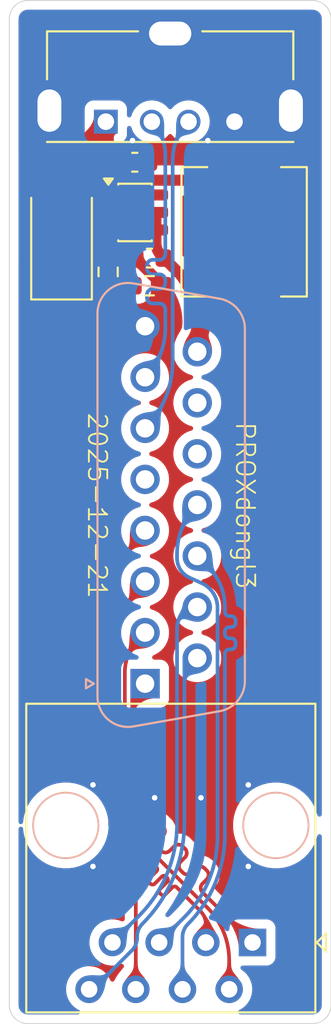
<source format=kicad_pcb>
(kicad_pcb
	(version 20241229)
	(generator "pcbnew")
	(generator_version "9.0")
	(general
		(thickness 1.6)
		(legacy_teardrops no)
	)
	(paper "A4")
	(layers
		(0 "F.Cu" signal)
		(2 "B.Cu" signal)
		(9 "F.Adhes" user "F.Adhesive")
		(11 "B.Adhes" user "B.Adhesive")
		(13 "F.Paste" user)
		(15 "B.Paste" user)
		(5 "F.SilkS" user "F.Silkscreen")
		(7 "B.SilkS" user "B.Silkscreen")
		(1 "F.Mask" user)
		(3 "B.Mask" user)
		(17 "Dwgs.User" user "User.Drawings")
		(19 "Cmts.User" user "User.Comments")
		(21 "Eco1.User" user "User.Eco1")
		(23 "Eco2.User" user "User.Eco2")
		(25 "Edge.Cuts" user)
		(27 "Margin" user)
		(31 "F.CrtYd" user "F.Courtyard")
		(29 "B.CrtYd" user "B.Courtyard")
		(35 "F.Fab" user)
		(33 "B.Fab" user)
		(39 "User.1" user)
		(41 "User.2" user)
		(43 "User.3" user)
		(45 "User.4" user)
	)
	(setup
		(pad_to_mask_clearance 0)
		(allow_soldermask_bridges_in_footprints no)
		(tenting front back)
		(pcbplotparams
			(layerselection 0x00000000_00000000_55555555_5755f5ff)
			(plot_on_all_layers_selection 0x00000000_00000000_00000000_00000000)
			(disableapertmacros no)
			(usegerberextensions yes)
			(usegerberattributes yes)
			(usegerberadvancedattributes yes)
			(creategerberjobfile yes)
			(dashed_line_dash_ratio 12.000000)
			(dashed_line_gap_ratio 3.000000)
			(svgprecision 4)
			(plotframeref no)
			(mode 1)
			(useauxorigin no)
			(hpglpennumber 1)
			(hpglpenspeed 20)
			(hpglpendiameter 15.000000)
			(pdf_front_fp_property_popups yes)
			(pdf_back_fp_property_popups yes)
			(pdf_metadata yes)
			(pdf_single_document no)
			(dxfpolygonmode yes)
			(dxfimperialunits yes)
			(dxfusepcbnewfont yes)
			(psnegative no)
			(psa4output no)
			(plot_black_and_white yes)
			(sketchpadsonfab no)
			(plotpadnumbers no)
			(hidednponfab no)
			(sketchdnponfab yes)
			(crossoutdnponfab yes)
			(subtractmaskfromsilk no)
			(outputformat 1)
			(mirror no)
			(drillshape 0)
			(scaleselection 1)
			(outputdirectory "out/")
		)
	)
	(net 0 "")
	(net 1 "unconnected-(J1-P14-Pad14)")
	(net 2 "/ETH_DC1+")
	(net 3 "/ETH_RX-")
	(net 4 "/ETH_TX+")
	(net 5 "/ETH_DC2+")
	(net 6 "/ETH_DC1-")
	(net 7 "unconnected-(J1-P13-Pad13)")
	(net 8 "/ETH_DC2-")
	(net 9 "/ETH_RX+")
	(net 10 "/ETH_TX-")
	(net 11 "unconnected-(J1-Pad5)")
	(net 12 "/USB_D-")
	(net 13 "/USB_D+")
	(net 14 "+3V3")
	(net 15 "GND")
	(net 16 "+5V")
	(net 17 "Net-(D1-A)")
	(net 18 "Net-(U1-FB)")
	(net 19 "unconnected-(U1-NC-Pad6)")
	(footprint "Connector_USB:USB_A_Molex_105057_Vertical" (layer "F.Cu") (at 105.25 49.575))
	(footprint "Diode_SMD:D_SMA" (layer "F.Cu") (at 102.84 55.71 90))
	(footprint "Package_TO_SOT_SMD:SOT-23-6" (layer "F.Cu") (at 106.8375 54.5))
	(footprint "Capacitor_SMD:C_0603_1608Metric" (layer "F.Cu") (at 106.825 51.775))
	(footprint "Inductor_SMD:L_APV_APH0630" (layer "F.Cu") (at 112.775 55.55 90))
	(footprint "Resistor_SMD:R_0603_1608Metric" (layer "F.Cu") (at 107.625 58.475))
	(footprint "Resistor_SMD:R_0603_1608Metric" (layer "F.Cu") (at 105.375 57.725 90))
	(footprint "Capacitor_SMD:C_0603_1608Metric" (layer "F.Cu") (at 107.625 56.975 180))
	(footprint "Connector_RJ:RJ45_OST_PJ012-8P8CX_Vertical" (layer "F.Cu") (at 113.23 94.1 180))
	(footprint "Connector_Dsub:DSUB-15_Socket_Vertical_P2.77x2.84mm" (layer "B.Cu") (at 107.385 80.06 -90))
	(gr_line
		(start 100 97.5)
		(end 100 44)
		(stroke
			(width 0.05)
			(type default)
		)
		(layer "Edge.Cuts")
		(uuid "0db6ce03-0979-466c-8d70-b73e485d4a8f")
	)
	(gr_line
		(start 117.5 44)
		(end 117.5 97.5)
		(stroke
			(width 0.05)
			(type default)
		)
		(layer "Edge.Cuts")
		(uuid "10be46f5-97dc-400b-ad24-0b8b87306653")
	)
	(gr_line
		(start 101 43)
		(end 116.5 43)
		(stroke
			(width 0.05)
			(type default)
		)
		(layer "Edge.Cuts")
		(uuid "413b3a9e-9bd9-4831-9365-cd63dbd28d7f")
	)
	(gr_arc
		(start 116.5 43)
		(mid 117.207107 43.292893)
		(end 117.5 44)
		(stroke
			(width 0.05)
			(type default)
		)
		(layer "Edge.Cuts")
		(uuid "52b734ef-74dd-43b6-888f-18443ecf54e3")
	)
	(gr_arc
		(start 101 98.5)
		(mid 100.292893 98.207107)
		(end 100 97.5)
		(stroke
			(width 0.05)
			(type default)
		)
		(layer "Edge.Cuts")
		(uuid "6a17951b-3130-4b4a-9fe8-2b07478bf2be")
	)
	(gr_line
		(start 116.5 98.5)
		(end 101 98.5)
		(stroke
			(width 0.05)
			(type default)
		)
		(layer "Edge.Cuts")
		(uuid "79c46bbb-04e4-4a4a-967a-27117ae08049")
	)
	(gr_arc
		(start 117.5 97.5)
		(mid 117.207107 98.207107)
		(end 116.5 98.5)
		(stroke
			(width 0.05)
			(type default)
		)
		(layer "Edge.Cuts")
		(uuid "dbd91a20-56fa-46cf-ba01-69e810d4c7e5")
	)
	(gr_arc
		(start 100 44)
		(mid 100.292893 43.292893)
		(end 101 43)
		(stroke
			(width 0.05)
			(type default)
		)
		(layer "Edge.Cuts")
		(uuid "f40b6dc1-c075-4afe-b6bc-38632a8e4915")
	)
	(gr_text "PROXdongl3\n\n\n\n\n2025-12-21"
		(at 104.2 70.4 270)
		(layer "F.SilkS")
		(uuid "ca6d681c-1b30-4157-b329-de577ee1e039")
		(effects
			(font
				(size 1 1)
				(thickness 0.1)
			)
			(justify bottom)
		)
	)
	(segment
		(start 109.42 93.811314)
		(end 109.42 96.64)
		(width 0.2)
		(layer "B.Cu")
		(net 2)
		(uuid "1b3a16c5-83c5-4082-963a-24f4bce5b034")
	)
	(segment
		(start 111.727 78.438473)
		(end 111.727 78.558473)
		(width 0.2)
		(layer "B.Cu")
		(net 2)
		(uuid "297592fe-a272-44fc-9e77-42cb25950c25")
	)
	(segment
		(start 112.307 77.838473)
		(end 112.307 77.958473)
		(width 0.2)
		(layer "B.Cu")
		(net 2)
		(uuid "3605a777-fcb1-4949-9d2b-4fed50311136")
	)
	(segment
		(start 110.225 73.135)
		(end 110.837673 73.747673)
		(width 0.2)
		(layer "B.Cu")
		(net 2)
		(uuid "42abc40d-b88e-4359-b3e2-d2fd62bc3daf")
	)
	(segment
		(start 111.967 76.398473)
		(end 112.067 76.398473)
		(width 0.2)
		(layer "B.Cu")
		(net 2)
		(uuid "4b6e64f8-ddf2-4ad7-88b5-f979a45e1a53")
	)
	(segment
		(start 111.727 78.611757)
		(end 111.727 79.948824)
		(width 0.2)
		(layer "B.Cu")
		(net 2)
		(uuid "58c9926b-6326-42e7-9dc0-12c851049de2")
	)
	(segment
		(start 111.727 78.558473)
		(end 111.727 78.611757)
		(width 0.2)
		(layer "B.Cu")
		(net 2)
		(uuid "83f4b8a8-9871-4188-8e2f-293062ac7c8a")
	)
	(segment
		(start 112.307 76.638473)
		(end 112.307 76.758473)
		(width 0.2)
		(layer "B.Cu")
		(net 2)
		(uuid "989da18c-164e-4312-b765-d0763e0d36c9")
	)
	(segment
		(start 112.067 76.998473)
		(end 111.967 76.998473)
		(width 0.2)
		(layer "B.Cu")
		(net 2)
		(uuid "aba83d00-45b9-415e-8971-df563c611b99")
	)
	(segment
		(start 111.727 79.948824)
		(end 111.727 88.241834)
		(width 0.2)
		(layer "B.Cu")
		(net 2)
		(uuid "b4f4a6aa-0c07-400b-8acd-30687c0c6f72")
	)
	(segment
		(start 112.067 78.198473)
		(end 111.967 78.198473)
		(width 0.2)
		(layer "B.Cu")
		(net 2)
		(uuid "c29c28f6-4ec4-47de-af13-a0590522dd89")
	)
	(segment
		(start 111.727005 75.894771)
		(end 111.727 76.158473)
		(width 0.2)
		(layer "B.Cu")
		(net 2)
		(uuid "cca05b71-5b5f-4256-ab52-cb01e3d64242")
	)
	(segment
		(start 111.727 77.238473)
		(end 111.727 77.358473)
		(width 0.2)
		(layer "B.Cu")
		(net 2)
		(uuid "e8f35f1c-5947-4153-b041-9d5f8b5d5ced")
	)
	(segment
		(start 111.967 77.598473)
		(end 112.067 77.598473)
		(width 0.2)
		(layer "B.Cu")
		(net 2)
		(uuid "eca8d92f-de7c-4ff4-8620-6832795d65d8")
	)
	(arc
		(start 111.727 88.241834)
		(mid 111.203571 90.873289)
		(end 109.712893 93.104207)
		(width 0.2)
		(layer "B.Cu")
		(net 2)
		(uuid "3d729d30-f11a-449e-8f5f-d25a15500890")
	)
	(arc
		(start 111.727 77.358473)
		(mid 111.797294 77.528179)
		(end 111.967 77.598473)
		(width 0.2)
		(layer "B.Cu")
		(net 2)
		(uuid "4889e938-fd7e-45f7-a438-fd58a02665ad")
	)
	(arc
		(start 111.967 76.998473)
		(mid 111.797294 77.068767)
		(end 111.727 77.238473)
		(width 0.2)
		(layer "B.Cu")
		(net 2)
		(uuid "840bed66-a729-458a-bb79-41114e5b1fc5")
	)
	(arc
		(start 112.307 77.958473)
		(mid 112.236706 78.128179)
		(end 112.067 78.198473)
		(width 0.2)
		(layer "B.Cu")
		(net 2)
		(uuid "88017b7f-2ce8-4096-b5fa-7d43e157a07b")
	)
	(arc
		(start 112.307 76.758473)
		(mid 112.236706 76.928179)
		(end 112.067 76.998473)
		(width 0.2)
		(layer "B.Cu")
		(net 2)
		(uuid "9785c371-2f24-469e-8504-4a7247b09219")
	)
	(arc
		(start 111.727 76.158473)
		(mid 111.797294 76.328179)
		(end 111.967 76.398473)
		(width 0.2)
		(layer "B.Cu")
		(net 2)
		(uuid "a609964b-d264-4d9f-b12b-08cc4a699a63")
	)
	(arc
		(start 112.067 76.398473)
		(mid 112.236706 76.468767)
		(end 112.307 76.638473)
		(width 0.2)
		(layer "B.Cu")
		(net 2)
		(uuid "ac1d85bb-f59a-4dfc-941c-ef6392377f83")
	)
	(arc
		(start 109.712893 93.104207)
		(mid 109.49612 93.428631)
		(end 109.42 93.811314)
		(width 0.2)
		(layer "B.Cu")
		(net 2)
		(uuid "d6ee7632-5b2a-4cfb-b595-83b645ff3a0f")
	)
	(arc
		(start 110.837673 73.747673)
		(mid 111.495887 74.73277)
		(end 111.727005 75.894771)
		(width 0.2)
		(layer "B.Cu")
		(net 2)
		(uuid "d77a85b3-60db-4da9-b72d-3bba58386af8")
	)
	(arc
		(start 112.067 77.598473)
		(mid 112.236706 77.668767)
		(end 112.307 77.838473)
		(width 0.2)
		(layer "B.Cu")
		(net 2)
		(uuid "db339cf9-2624-410e-9cdf-a3c53cbe6b3f")
	)
	(arc
		(start 111.967 78.198473)
		(mid 111.797294 78.268767)
		(end 111.727 78.438473)
		(width 0.2)
		(layer "B.Cu")
		(net 2)
		(uuid "e60421ae-9944-4ba1-b5d8-dc864b2c1861")
	)
	(segment
		(start 106.88 96.64)
		(end 106.88 91.014127)
		(width 0.2)
		(layer "F.Cu")
		(net 3)
		(uuid "35e5ba2f-7fd0-48ff-93b1-eae833a0d61e")
	)
	(segment
		(start 105.482 87.639086)
		(end 105.482 76.344198)
		(width 0.2)
		(layer "F.Cu")
		(net 3)
		(uuid "60b35e78-4833-4263-92c3-97eb2a95da3d")
	)
	(arc
		(start 105.774893 88.346193)
		(mid 106.592798 89.570264)
		(end 106.88 91.014127)
		(width 0.2)
		(layer "F.Cu")
		(net 3)
		(uuid "19e1288e-cd7a-4cfe-953d-6947053902e2")
	)
	(arc
		(start 107.385 71.75)
		(mid 105.976563 73.857856)
		(end 105.482 76.344198)
		(width 0.2)
		(layer "F.Cu")
		(net 3)
		(uuid "9c5fc30d-d7ed-4b8a-bacb-26097bee2dee")
	)
	(arc
		(start 105.774893 88.346193)
		(mid 105.55812 88.02177)
		(end 105.482 87.639086)
		(width 0.2)
		(layer "F.Cu")
		(net 3)
		(uuid "d51b8968-c8e4-42c4-9a1a-bfffcced0d88")
	)
	(segment
		(start 106.685 80.76)
		(end 106.685 87.140786)
		(width 0.2)
		(layer "F.Cu")
		(net 4)
		(uuid "213cc9bc-96a1-4c17-8f5c-ccd93a116c65")
	)
	(segment
		(start 108.728115 89.12294)
		(end 108.960045 88.891007)
		(width 0.2)
		(layer "F.Cu")
		(net 4)
		(uuid "24ac8024-d204-4326-b00b-005f6abc51fc")
	)
	(segment
		(start 110.62316 90.078947)
		(end 110.741953 90.19774)
		(width 0.2)
		(layer "F.Cu")
		(net 4)
		(uuid "33be4c92-56f3-41eb-816b-15f32d9d77e2")
	)
	(segment
		(start 107.385 80.06)
		(end 106.685 80.76)
		(width 0.2)
		(layer "F.Cu")
		(net 4)
		(uuid "34c1f55e-d59e-4312-a4ac-b692196311fb")
	)
	(segment
		(start 110.741953 90.672916)
		(end 110.51002 90.904846)
		(width 0.2)
		(layer "F.Cu")
		(net 4)
		(uuid "5422b261-37a7-4aa3-8ee2-9fe0f509da50")
	)
	(segment
		(start 107.385 80.06)
		(end 106.977893 80.467107)
		(width 0.2)
		(layer "F.Cu")
		(net 4)
		(uuid "6c1f7510-deab-4342-9ffa-c055c23b178e")
	)
	(segment
		(start 107.540176 87.935001)
		(end 107.772106 87.703068)
		(width 0.2)
		(layer "F.Cu")
		(net 4)
		(uuid "84b38016-7cc8-4fa3-8b7d-a5b057c522ba")
	)
	(segment
		(start 109.554014 89.484977)
		(end 109.322081 89.716907)
		(width 0.2)
		(layer "F.Cu")
		(net 4)
		(uuid "9ac48fe6-f7b1-44c0-98a7-4e04da66844b")
	)
	(segment
		(start 109.916054 90.310879)
		(end 110.147984 90.078946)
		(width 0.2)
		(layer "F.Cu")
		(net 4)
		(uuid "a2574c8e-f60c-47dc-ba1e-fdeaf4826972")
	)
	(segment
		(start 110.628817 91.498817)
		(end 111.065 91.935)
		(width 0.2)
		(layer "F.Cu")
		(net 4)
		(uuid "ab11df4e-0c3b-49e5-b3ae-859f74f2b246")
	)
	(segment
		(start 109.435221 88.891008)
		(end 109.554014 89.009801)
		(width 0.2)
		(layer "F.Cu")
		(net 4)
		(uuid "b6312bb9-ecae-4f9e-96e4-326e5c0f01a1")
	)
	(segment
		(start 109.322082 90.192083)
		(end 109.440878 90.310878)
		(width 0.2)
		(layer "F.Cu")
		(net 4)
		(uuid "b73de118-aa28-480d-b46e-9d60e59735a8")
	)
	(segment
		(start 108.366075 88.297038)
		(end 108.134142 88.528968)
		(width 0.2)
		(layer "F.Cu")
		(net 4)
		(uuid "bca99180-b19e-4329-afac-060f59b785f4")
	)
	(segment
		(start 111.065 91.935)
		(end 113.23 94.1)
		(width 0.2)
		(layer "F.Cu")
		(net 4)
		(uuid "d2aaabad-c98a-45ae-96f4-1a8bd2222fa4")
	)
	(segment
		(start 108.247282 87.703069)
		(end 108.366075 87.821862)
		(width 0.2)
		(layer "F.Cu")
		(net 4)
		(uuid "dfb03752-e664-48a2-9d08-a7133c0f8063")
	)
	(segment
		(start 110.510021 91.380022)
		(end 110.628817 91.498817)
		(width 0.2)
		(layer "F.Cu")
		(net 4)
		(uuid "e06b253f-14fb-4dc8-9851-561d427c4427")
	)
	(segment
		(start 106.977893 87.847893)
		(end 107.065 87.935)
		(width 0.2)
		(layer "F.Cu")
		(net 4)
		(uuid "e20394a6-36ba-478e-8529-2641863adfaf")
	)
	(segment
		(start 108.134143 89.004144)
		(end 108.252939 89.122939)
		(width 0.2)
		(layer "F.Cu")
		(net 4)
		(uuid "e7e0aa8a-e407-46af-a998-0e98ace99086")
	)
	(arc
		(start 108.134142 88.528968)
		(mid 108.035731 88.766556)
		(end 108.134143 89.004144)
		(width 0.2)
		(layer "F.Cu")
		(net 4)
		(uuid "233b63ef-0432-464d-be60-e0fff5d13ac2")
	)
	(arc
		(start 110.51002 90.904846)
		(mid 110.411609 91.142434)
		(end 110.510021 91.380022)
		(width 0.2)
		(layer "F.Cu")
		(net 4)
		(uuid "3f33e3bc-9f81-4a07-86d5-c2781531a87b")
	)
	(arc
		(start 109.440878 90.310878)
		(mid 109.678467 90.40929)
		(end 109.916054 90.310879)
		(width 0.2)
		(layer "F.Cu")
		(net 4)
		(uuid "443a3d4a-6585-4196-a40e-7041425c4eac")
	)
	(arc
		(start 110.147984 90.078946)
		(mid 110.385572 89.980535)
		(end 110.62316 90.078947)
		(width 0.2)
		(layer "F.Cu")
		(net 4)
		(uuid "450e2d8f-0dd2-42b4-8f9f-39d4c2ccd201")
	)
	(arc
		(start 110.741953 90.19774)
		(mid 110.840365 90.435328)
		(end 110.741953 90.672916)
		(width 0.2)
		(layer "F.Cu")
		(net 4)
		(uuid "4e2764a4-0acf-4e47-855b-0e09e4b064ac")
	)
	(arc
		(start 107.065 87.935)
		(mid 107.302589 88.033412)
		(end 107.540176 87.935001)
		(width 0.2)
		(layer "F.Cu")
		(net 4)
		(uuid "617fa0de-ebb0-436c-8263-15595d60ef9c")
	)
	(arc
		(start 108.366075 87.821862)
		(mid 108.464487 88.05945)
		(end 108.366075 88.297038)
		(width 0.2)
		(layer "F.Cu")
		(net 4)
		(uuid "75f31041-05b3-4f77-bf21-c5469b3b3203")
	)
	(arc
		(start 108.252939 89.122939)
		(mid 108.490528 89.221351)
		(end 108.728115 89.12294)
		(width 0.2)
		(layer "F.Cu")
		(net 4)
		(uuid "8f790694-a398-4b1e-bb57-b582fb2543be")
	)
	(arc
		(start 107.772106 87.703068)
		(mid 108.009694 87.604657)
		(end 108.247282 87.703069)
		(width 0.2)
		(layer "F.Cu")
		(net 4)
		(uuid "a951adfe-5ee2-47da-a8db-acf76f9336c4")
	)
	(arc
		(start 109.554014 89.009801)
		(mid 109.652426 89.247389)
		(end 109.554014 89.484977)
		(width 0.2)
		(layer "F.Cu")
		(net 4)
		(uuid "cac28868-16bc-44b8-8510-56e0c858b8a5")
	)
	(arc
		(start 106.685 87.140786)
		(mid 106.76112 87.52347)
		(end 106.977893 87.847893)
		(width 0.2)
		(layer "F.Cu")
		(net 4)
		(uuid "d50a074b-b3dd-4558-8c40-85b226028dcd")
	)
	(arc
		(start 109.322081 89.716907)
		(mid 109.22367 89.954495)
		(end 109.322082 90.192083)
		(width 0.2)
		(layer "F.Cu")
		(net 4)
		(uuid "dc2f670d-15ea-4477-9882-6c8a74a5d2f3")
	)
	(arc
		(start 108.960045 88.891007)
		(mid 109.197633 88.792596)
		(end 109.435221 88.891008)
		(width 0.2)
		(layer "F.Cu")
		(net 4)
		(uuid "e16beaad-139b-4905-8a28-40e8a90511db")
	)
	(segment
		(start 111.326 75.937102)
		(end 111.326 88.341275)
		(width 0.2)
		(layer "B.Cu")
		(net 5)
		(uuid "2e521ab4-1c9c-4f82-8744-e8f74b45f502")
	)
	(segment
		(start 109.4997 92.750316)
		(end 108.15 94.1)
		(width 0.2)
		(layer "B.Cu")
		(net 5)
		(uuid "50323dfe-b2cd-4ed8-8839-87d366f75576")
	)
	(segment
		(start 109.123999 73.094481)
		(end 109.123997 73.24715)
		(width 0.2)
		(layer "B.Cu")
		(net 5)
		(uuid "573d0532-267c-4c64-81f2-82efa49f1e11")
	)
	(segment
		(start 109.124 73.050762)
		(end 109.123999 73.094481)
		(width 0.2)
		(layer "B.Cu")
		(net 5)
		(uuid "83aac324-fece-4496-8203-5c602cf4d72f")
	)
	(segment
		(start 109.124 73.022931)
		(end 109.124 73.050762)
		(width 0.2)
		(layer "B.Cu")
		(net 5)
		(uuid "b55e6cf2-afd1-4de7-8e61-c1b98395f5a3")
	)
	(segment
		(start 109.80946 74.311291)
		(end 110.472761 74.612516)
		(width 0.2)
		(layer "B.Cu")
		(net 5)
		(uuid "e3ce3b94-346f-4702-a787-4bad6a18c179")
	)
	(arc
		(start 109.123997 73.24715)
		(mid 109.310191 73.880054)
		(end 109.80946 74.311291)
		(width 0.2)
		(layer "B.Cu")
		(net 5)
		(uuid "29764fa2-a997-4704-9206-466832b26de4")
	)
	(arc
		(start 110.225 70.365)
		(mid 109.410133 71.584481)
		(end 109.124 73.022931)
		(width 0.2)
		(layer "B.Cu")
		(net 5)
		(uuid "524331c2-a955-4a25-93ad-45d61e2ba38d")
	)
	(arc
		(start 111.326 88.341275)
		(mid 110.85136 90.727434)
		(end 109.4997 92.750316)
		(width 0.2)
		(layer "B.Cu")
		(net 5)
		(uuid "95ff44f7-af53-4de6-a56f-ea9300a9a3de")
	)
	(arc
		(start 111.326 75.937102)
		(mid 111.094227 75.149297)
		(end 110.472761 74.612516)
		(width 0.2)
		(layer "B.Cu")
		(net 5)
		(uuid "e8685c65-5f2e-4be2-a160-a7a6580df01f")
	)
	(segment
		(start 109.416893 76.333107)
		(end 109.845 75.905)
		(width 0.2)
		(layer "B.Cu")
		(net 6)
		(uuid "19de6717-dd66-4f55-9b1f-ed5f070abbb0")
	)
	(segment
		(start 109.124 87.641773)
		(end 109.124 77.040214)
		(width 0.2)
		(layer "B.Cu")
		(net 6)
		(uuid "7ef2c0a7-1daf-4709-ba47-40c201c5c4ee")
	)
	(segment
		(start 109.845 75.905)
		(end 110.225 75.905)
		(width 0.2)
		(layer "B.Cu")
		(net 6)
		(uuid "7ff693eb-e5e6-4b1c-9b05-4bb976a10db3")
	)
	(segment
		(start 105.61 94.1)
		(end 107.042033 92.668001)
		(width 0.2)
		(layer "B.Cu")
		(net 6)
		(uuid "947dcb75-2a58-4d01-91e3-4a251669c49b")
	)
	(segment
		(start 105.61 94.1)
		(end 105.5 93.99)
		(width 0.2)
		(layer "B.Cu")
		(net 6)
		(uuid "ee570994-3e94-4237-bd5c-cfcc1aedb572")
	)
	(arc
		(start 107.042033 92.668001)
		(mid 108.582913 90.361955)
		(end 109.124 87.641773)
		(width 0.2)
		(layer "B.Cu")
		(net 6)
		(uuid "9367f155-3e0b-4ef1-95e0-d75e8f9bf54c")
	)
	(arc
		(start 109.416893 76.333107)
		(mid 109.20012 76.65753)
		(end 109.124 77.040214)
		(width 0.2)
		(layer "B.Cu")
		(net 6)
		(uuid "ac278524-a01d-4232-8144-d0e3b99e6d94")
	)
	(segment
		(start 106.953893 93.828232)
		(end 106.953893 93.785982)
		(width 0.2)
		(layer "B.Cu")
		(net 8)
		(uuid "6010f089-3123-43db-a364-fbc262c45f34")
	)
	(segment
		(start 109.525 87.578835)
		(end 109.525 79.789214)
		(width 0.2)
		(layer "B.Cu")
		(net 8)
		(uuid "7e9e76bf-d0c5-4b76-b851-d7129937c28e")
	)
	(segment
		(start 104.556339 96.64)
		(end 106.661 94.535339)
		(width 0.2)
		(layer "B.Cu")
		(net 8)
		(uuid "95ee3c68-50d0-449d-b1c1-bdd40f4b71cc")
	)
	(segment
		(start 104.34 96.64)
		(end 104.556339 96.64)
		(width 0.2)
		(layer "B.Cu")
		(net 8)
		(uuid "b41c45bb-3840-4329-873b-0826724ca19c")
	)
	(segment
		(start 109.817893 79.082107)
		(end 110.225 78.675)
		(width 0.2)
		(layer "B.Cu")
		(net 8)
		(uuid "ee68e164-ca41-4506-92ea-0620134d969e")
	)
	(arc
		(start 109.525 79.789214)
		(mid 109.60112 79.406531)
		(end 109.817893 79.082107)
		(width 0.2)
		(layer "B.Cu")
		(net 8)
		(uuid "601c0325-34fd-4107-8982-98e1646ff6bb")
	)
	(arc
		(start 106.953893 93.785982)
		(mid 107.030013 93.403299)
		(end 107.246786 93.078875)
		(width 0.2)
		(layer "B.Cu")
		(net 8)
		(uuid "6cbdcb56-97f5-4eb9-bec7-9c4b1ad8ab0a")
	)
	(arc
		(start 106.661 94.535339)
		(mid 106.877773 94.210916)
		(end 106.953893 93.828232)
		(width 0.2)
		(layer "B.Cu")
		(net 8)
		(uuid "cdf8a814-f6e8-4848-b587-18abdfccfa59")
	)
	(arc
		(start 107.246786 93.078875)
		(mid 108.932921 90.555415)
		(end 109.525 87.578835)
		(width 0.2)
		(layer "B.Cu")
		(net 8)
		(uuid "eb7a141a-7c25-4cc6-b7e6-d884c399ce57")
	)
	(segment
		(start 109.162381 91.166581)
		(end 109.3279 91.3321)
		(width 0.2)
		(layer "F.Cu")
		(net 9)
		(uuid "15b411c7-ffbd-4ead-bf58-f9f9c6b35cb2")
	)
	(segment
		(start 109.104397 91.108597)
		(end 109.162381 91.166581)
		(width 0.2)
		(layer "F.Cu")
		(net 9)
		(uuid "2762318f-2d42-4a0d-9577-aa34abcf0d1c")
	)
	(segment
		(start 108.002727 90.238858)
		(end 107.619475 90.622109)
		(width 0.2)
		(layer "F.Cu")
		(net 9)
		(uuid "287071ee-1ee2-499c-a9ce-f8ecf42d3b0b")
	)
	(segment
		(start 107.4229 89.659031)
		(end 107.216424 89.865506)
		(width 0.2)
		(layer "F.Cu")
		(net 9)
		(uuid "29a7ed2f-8e4f-4cb7-82c9-1b82aa07d29c")
	)
	(segment
		(start 108.199302 91.433867)
		(end 108.257284 91.491849)
		(width 0.2)
		(layer "F.Cu")
		(net 9)
		(uuid "2bc0a353-443d-4045-92f7-8008b44d6876")
	)
	(segment
		(start 107.216424 90.097437)
		(end 107.274406 90.155419)
		(width 0.2)
		(layer "F.Cu")
		(net 9)
		(uuid "3bd8a843-541f-49a2-80ce-54e5adec7582")
	)
	(segment
		(start 109.3279 91.3321)
		(end 110.281037 92.285237)
		(width 0.2)
		(layer "F.Cu")
		(net 9)
		(uuid "3ff0c178-d559-4453-b347-324ac0c71169")
	)
	(segment
		(start 110.281037 92.285237)
		(end 110.397107 92.401307)
		(width 0.2)
		(layer "F.Cu")
		(net 9)
		(uuid "870a4c3e-3467-4d7d-899e-2fa5d5e145dc")
	)
	(segment
		(start 107.944743 89.948943)
		(end 108.002727 90.006927)
		(width 0.2)
		(layer "F.Cu")
		(net 9)
		(uuid "9c62ffd7-2d59-4831-8a10-0b34bb66b7f3")
	)
	(segment
		(start 107.506337 90.155419)
		(end 107.712812 89.948943)
		(width 0.2)
		(layer "F.Cu")
		(net 9)
		(uuid "a5c6f3b1-9b78-483d-a59a-da4a82b89d2b")
	)
	(segment
		(start 107.909388 90.912022)
		(end 108.292639 90.52877)
		(width 0.2)
		(layer "F.Cu")
		(net 9)
		(uuid "a8239e8f-f4ad-4bcd-a685-40b24630076d")
	)
	(segment
		(start 108.582554 90.818685)
		(end 108.199302 91.201936)
		(width 0.2)
		(layer "F.Cu")
		(net 9)
		(uuid "ae2a428f-6241-4267-938d-dc7b1785dbab")
	)
	(segment
		(start 107.619475 90.85404)
		(end 107.677457 90.912022)
		(width 0.2)
		(layer "F.Cu")
		(net 9)
		(uuid "bd542de6-00d6-4569-a8a8-7b814e5434c0")
	)
	(segment
		(start 105.883 78.146129)
		(end 105.883 87.472986)
		(width 0.2)
		(layer "F.Cu")
		(net 9)
		(uuid "bdcc6913-de0c-47e8-80af-b18b6df31a33")
	)
	(segment
		(start 108.52457 90.52877)
		(end 108.582554 90.586754)
		(width 0.2)
		(layer "F.Cu")
		(net 9)
		(uuid "cbb60cd9-50b4-4299-b5a3-262396cc7801")
	)
	(segment
		(start 106.175893 88.180093)
		(end 107.4229 89.4271)
		(width 0.2)
		(layer "F.Cu")
		(net 9)
		(uuid "dc2eb85c-2011-497b-9c1a-e9375e89c281")
	)
	(segment
		(start 108.489215 91.491849)
		(end 108.872466 91.108597)
		(width 0.2)
		(layer "F.Cu")
		(net 9)
		(uuid "f106b01f-947e-4b6d-b921-7b6d67ddc96c")
	)
	(segment
		(start 110.69 93.108414)
		(end 110.69 94.1)
		(width 0.2)
		(layer "F.Cu")
		(net 9)
		(uuid "fadf9c9d-be21-45c6-bd28-ba31471b182e")
	)
	(arc
		(start 107.677457 90.912022)
		(mid 107.793423 90.960056)
		(end 107.909388 90.912022)
		(width 0.2)
		(layer "F.Cu")
		(net 9)
		(uuid "0044d40f-1336-4018-897f-f767c31ef9ee")
	)
	(arc
		(start 110.397107 92.401307)
		(mid 110.61388 92.725731)
		(end 110.69 93.108414)
		(width 0.2)
		(layer "F.Cu")
		(net 9)
		(uuid "08a9e97a-790d-4c1c-9c02-8911175f24f6")
	)
	(arc
		(start 105.883 87.472986)
		(mid 105.95912 87.855669)
		(end 106.175893 88.180093)
		(width 0.2)
		(layer "F.Cu")
		(net 9)
		(uuid "132eb2b6-7af8-45e0-ad5e-0a1ba96503ff")
	)
	(arc
		(start 108.199302 91.201936)
		(mid 108.151268 91.317901)
		(end 108.199302 91.433867)
		(width 0.2)
		(layer "F.Cu")
		(net 9)
		(uuid "2908833b-4ba6-4279-91a0-8e3768d41ad8")
	)
	(arc
		(start 107.4229 89.4271)
		(mid 107.470934 89.543066)
		(end 107.4229 89.659031)
		(width 0.2)
		(layer "F.Cu")
		(net 9)
		(uuid "3d1a5c3b-9c1c-4ff9-b509-0cd7ba345534")
	)
	(arc
		(start 108.002727 90.006927)
		(mid 108.050761 90.122893)
		(end 108.002727 90.238858)
		(width 0.2)
		(layer "F.Cu")
		(net 9)
		(uuid "43d0c6e6-db7b-45ce-b80a-75e47fc99d11")
	)
	(arc
		(start 107.619475 90.622109)
		(mid 107.571441 90.738074)
		(end 107.619475 90.85404)
		(width 0.2)
		(layer "F.Cu")
		(net 9)
		(uuid "450ede13-fc08-433a-a879-90ba3cb3c275")
	)
	(arc
		(start 107.712812 89.948943)
		(mid 107.828777 89.900909)
		(end 107.944743 89.948943)
		(width 0.2)
		(layer "F.Cu")
		(net 9)
		(uuid "559183c8-82a1-498e-9f0c-0c279546951a")
	)
	(arc
		(start 108.292639 90.52877)
		(mid 108.408604 90.480736)
		(end 108.52457 90.52877)
		(width 0.2)
		(layer "F.Cu")
		(net 9)
		(uuid "6c24ef7f-7479-488d-81ee-eaa183b09299")
	)
	(arc
		(start 108.582554 90.586754)
		(mid 108.630588 90.70272)
		(end 108.582554 90.818685)
		(width 0.2)
		(layer "F.Cu")
		(net 9)
		(uuid "a09cebd6-3518-47f7-8983-a19fb2e66433")
	)
	(arc
		(start 107.274406 90.155419)
		(mid 107.390372 90.203453)
		(end 107.506337 90.155419)
		(width 0.2)
		(layer "F.Cu")
		(net 9)
		(uuid "a2dcb139-68dc-48c9-8390-fa2135db1e40")
	)
	(arc
		(start 107.216424 89.865506)
		(mid 107.16839 89.981471)
		(end 107.216424 90.097437)
		(width 0.2)
		(layer "F.Cu")
		(net 9)
		(uuid "ad7c87b6-7075-4132-a3b8-14a1b031aa08")
	)
	(arc
		(start 107.385 74.52)
		(mid 106.273353 76.18369)
		(end 105.883 78.146129)
		(width 0.2)
		(layer "F.Cu")
		(net 9)
		(uuid "b7972300-392c-4a71-beb6-4c9b3c4b1973")
	)
	(arc
		(start 108.872466 91.108597)
		(mid 108.988431 91.060563)
		(end 109.104397 91.108597)
		(width 0.2)
		(layer "F.Cu")
		(net 9)
		(uuid "ea0192bc-0949-40f4-aa03-732e56c585c8")
	)
	(arc
		(start 108.257284 91.491849)
		(mid 108.37325 91.539883)
		(end 108.489215 91.491849)
		(width 0.2)
		(layer "F.Cu")
		(net 9)
		(uuid "ffa78e4a-9ea6-435a-ba81-a0d93d71d9c7")
	)
	(segment
		(start 111.96 96.64)
		(end 111.96 95.064265)
		(width 0.2)
		(layer "F.Cu")
		(net 10)
		(uuid "1e072b2f-a021-4d03-b679-d9ccb33c45ac")
	)
	(segment
		(start 110.781137 92.218237)
		(end 106.576893 88.013993)
		(width 0.2)
		(layer "F.Cu")
		(net 10)
		(uuid "2ced86cf-7653-41f5-805b-b58d44cbf522")
	)
	(segment
		(start 107.037789 77.637211)
		(end 107.385 77.29)
		(width 0.2)
		(layer "F.Cu")
		(net 10)
		(uuid "54d048d0-6021-4565-a7d5-639d167c4ae7")
	)
	(segment
		(start 106.284 87.306886)
		(end 106.284 79.457019)
		(width 0.2)
		(layer "F.Cu")
		(net 10)
		(uuid "712ae5f0-9554-4cfe-b6b0-42cb67fcdea8")
	)
	(arc
		(start 106.576893 88.013993)
		(mid 106.36012 87.68957)
		(end 106.284 87.306886)
		(width 0.2)
		(layer "F.Cu")
		(net 10)
		(uuid "0907e4d0-264d-4934-9588-116a623b2293")
	)
	(arc
		(start 107.037789 77.637211)
		(mid 106.479903 78.472146)
		(end 106.284 79.457019)
		(width 0.2)
		(layer "F.Cu")
		(net 10)
		(uuid "6fbe9976-3140-4f1f-b030-d3810ef537c8")
	)
	(arc
		(start 111.96 95.064265)
		(mid 111.653623 93.524006)
		(end 110.781137 92.218237)
		(width 0.2)
		(layer "F.Cu")
		(net 10)
		(uuid "c8e3aab4-fd21-4b27-8658-33ac568c0160")
	)
	(segment
		(start 108.486 51.351842)
		(end 108.486 51.796628)
		(width 0.2)
		(layer "B.Cu")
		(net 12)
		(uuid "022229e0-ef6b-4471-a7ff-86bdbebb8f62")
	)
	(segment
		(start 108.486 51.796628)
		(end 108.486 56.752191)
		(width 0.2)
		(layer "B.Cu")
		(net 12)
		(uuid "05cceade-a274-414f-8bf2-59eb1124b987")
	)
	(segment
		(start 108.486 60.741494)
		(end 108.486 60.781945)
		(width 0.2)
		(layer "B.Cu")
		(net 12)
		(uuid "10557358-4856-4ab5-ae04-97387702dcab")
	)
	(segment
		(start 108.486 60.451494)
		(end 108.486 60.741494)
		(width 0.2)
		(layer "B.Cu")
		(net 12)
		(uuid "14a6e22d-c347-4fc1-8b3e-f53f9be841cf")
	)
	(segment
		(start 107.802 59.438191)
		(end 108.17 59.438191)
		(width 0.2)
		(layer "B.Cu")
		(net 12)
		(uuid "2476beab-af21-4edd-993c-b2bfa6a05dae")
	)
	(segment
		(start 108.486 59.754191)
		(end 108.486 59.912191)
		(width 0.2)
		(layer "B.Cu")
		(net 12)
		(uuid "408dca81-1860-47b8-81f9-4adeff4512c8")
	)
	(segment
		(start 108.486 59.912191)
		(end 108.486 60.451494)
		(width 0.2)
		(layer "B.Cu")
		(net 12)
		(uuid "4c1fca2c-7319-40d3-ab82-cd99bcce3436")
	)
	(segment
		(start 107.486 57.384191)
		(end 107.486 57.542191)
		(width 0.2)
		(layer "B.Cu")
		(net 12)
		(uuid "700aad17-d708-4588-8db6-1688d2fab2ac")
	)
	(segment
		(start 108.17 58.648191)
		(end 107.802 58.648191)
		(width 0.2)
		(layer "B.Cu")
		(net 12)
		(uuid "84a83b14-4ce5-49b5-9a67-78eb7ffc7df3")
	)
	(segment
		(start 108.17 57.068191)
		(end 107.802 57.068191)
		(width 0.2)
		(layer "B.Cu")
		(net 12)
		(uuid "927ed8b6-8f78-4bd4-9706-697d355de0a1")
	)
	(segment
		(start 107.802 57.858191)
		(end 108.17 57.858191)
		(width 0.2)
		(layer "B.Cu")
		(net 12)
		(uuid "98fd1a51-6f36-459e-87c9-e3b59824143e")
	)
	(segment
		(start 108.486 58.174191)
		(end 108.486 58.332191)
		(width 0.2)
		(layer "B.Cu")
		(net 12)
		(uuid "bc84b526-1150-401d-9fe4-6b77ceaaf9ee")
	)
	(segment
		(start 107.486 58.964191)
		(end 107.486 59.122191)
		(width 0.2)
		(layer "B.Cu")
		(net 12)
		(uuid "e486bcad-5971-4c54-9f6f-fc3cf2dabbe6")
	)
	(arc
		(start 107.486 57.542191)
		(mid 107.578554 57.765637)
		(end 107.802 57.858191)
		(width 0.2)
		(layer "B.Cu")
		(net 12)
		(uuid "280d5bb5-4950-4afe-a3ed-a8864f2297e4")
	)
	(arc
		(start 107.802 58.648191)
		(mid 107.578554 58.740745)
		(end 107.486 58.964191)
		(width 0.2)
		(layer "B.Cu")
		(net 12)
		(uuid "2de487c8-fb55-48d5-bc7e-ec52e6391cd6")
	)
	(arc
		(start 108.17 59.438191)
		(mid 108.393446 59.530745)
		(end 108.486 59.754191)
		(width 0.2)
		(layer "B.Cu")
		(net 12)
		(uuid "310b9eb1-f40c-464c-803e-07fcd671bbd2")
	)
	(arc
		(start 107.802 57.068191)
		(mid 107.578554 57.160745)
		(end 107.486 57.384191)
		(width 0.2)
		(layer "B.Cu")
		(net 12)
		(uuid "4ed03029-a14b-4556-b297-c4721f03f8ae")
	)
	(arc
		(start 107.486 59.122191)
		(mid 107.578554 59.345637)
		(end 107.802 59.438191)
		(width 0.2)
		(layer "B.Cu")
		(net 12)
		(uuid "8c9d0890-f225-44dd-b647-dc5606e56a90")
	)
	(arc
		(start 108.486 56.752191)
		(mid 108.393446 56.975637)
		(end 108.17 57.068191)
		(width 0.2)
		(layer "B.Cu")
		(net 12)
		(uuid "c20b928b-6a80-4e7d-b9f0-dc690c64e669")
	)
	(arc
		(start 108.486 58.332191)
		(mid 108.393446 58.555637)
		(end 108.17 58.648191)
		(width 0.2)
		(layer "B.Cu")
		(net 12)
		(uuid "cc45073d-188f-442c-ac23-d06d8c53fecb")
	)
	(arc
		(start 108.17 57.858191)
		(mid 108.393446 57.950745)
		(end 108.486 58.174191)
		(width 0.2)
		(layer "B.Cu")
		(net 12)
		(uuid "dd19b0d6-1a0e-42c1-a89c-7a4a8e7da597")
	)
	(arc
		(start 108.486 60.781945)
		(mid 108.199858 62.220476)
		(end 107.385 63.44)
		(width 0.2)
		(layer "B.Cu")
		(net 12)
		(uuid "f33cfceb-e09f-45eb-b11a-bab4a8b100c3")
	)
	(arc
		(start 107.75 49.575)
		(mid 108.294723 50.390229)
		(end 108.486 51.351842)
		(width 0.2)
		(layer "B.Cu")
		(net 12)
		(uuid "f3bf2c74-4ab3-4a73-b73e-f22aebb82efc")
	)
	(segment
		(start 108.887 51.658474)
		(end 108.887 62.583871)
		(width 0.2)
		(layer "B.Cu")
		(net 13)
		(uuid "bda663fa-58e7-44bf-954b-314e59c1a180")
	)
	(arc
		(start 109.75 49.575)
		(mid 109.111288 50.530903)
		(end 108.887 51.658474)
		(width 0.2)
		(layer "B.Cu")
		(net 13)
		(uuid "4ff6a839-319f-4996-91ee-d45cb3613d47")
	)
	(arc
		(start 107.385 66.21)
		(mid 108.496646 64.546311)
		(end 108.887 62.583871)
		(width 0.2)
		(layer "B.Cu")
		(net 13)
		(uuid "8655bb6f-9eb8-44d4-8c09-6e0886ab5343")
	)
	(segment
		(start 108.267893 56.842893)
		(end 108.4 56.975)
		(width 0.6)
		(layer "F.Cu")
		(net 14)
		(uuid "01c7bb6d-cc75-4d99-97fe-6d8b6ed11e67")
	)
	(segment
		(start 109.028862 57.581956)
		(end 108.421906 56.975)
		(width 0.6)
		(layer "F.Cu")
		(net 14)
		(uuid "1138042a-4714-4a87-8860-3f882f5b1ad4")
	)
	(segment
		(start 108.924 57.499)
		(end 108.4 56.975)
		(width 0.6)
		(layer "F.Cu")
		(net 14)
		(uuid "149d850b-1d27-4535-b144-0debe2428759")
	)
	(segment
		(start 110.225 62.055)
		(end 110.225 61.939214)
		(width 0.8)
		(layer "F.Cu")
		(net 14)
		(uuid "170c2a41-6f92-4a19-84ec-18ec923a2f8a")
	)
	(segment
		(start 110.882591 60.467409)
		(end 112.775 58.575)
		(width 0.6)
		(layer "F.Cu")
		(net 14)
		(uuid "1dfbd9fa-3635-482e-81d9-c51cfd247b65")
	)
	(segment
		(start 109.351 57.904094)
		(end 108.945906 57.499)
		(width 0.6)
		(layer "F.Cu")
		(net 14)
		(uuid "55e1d1c7-33d8-407d-99a8-fc4af11601ed")
	)
	(segment
		(start 109.351 57.926)
		(end 109.351 57.904094)
		(width 0.6)
		(layer "F.Cu")
		(net 14)
		(uuid "57cdd79b-6ced-4628-af03-2f9834a9ea7b")
	)
	(segment
		(start 108.945906 57.499)
		(end 108.924 57.499)
		(width 0.6)
		(layer "F.Cu")
		(net 14)
		(uuid "6827f80f-9efb-4d5d-a050-9652989efb14")
	)
	(segment
		(start 107.975 54.5)
		(end 107.975 55.45)
		(width 0.6)
		(layer "F.Cu")
		(net 14)
		(uuid "84ff19d4-953d-4c66-b870-88048138ec8c")
	)
	(segment
		(start 108.421906 56.975)
		(end 108.4 56.975)
		(width 0.6)
		(layer "F.Cu")
		(net 14)
		(uuid "aa6f6fc7-3fb6-4291-a29a-973d97f1df4e")
	)
	(segment
		(start 112.775 58.575)
		(end 110.917815 58.575)
		(width 0.6)
		(layer "F.Cu")
		(net 14)
		(uuid "b2cf565a-3bac-4784-b128-e958f8fe23f8")
	)
	(segment
		(start 110.225 62.055)
		(end 110.225 60.469691)
		(width 0.6)
		(layer "F.Cu")
		(net 14)
		(uuid "d034b8b8-7cac-4e92-a567-822c854e885d")
	)
	(segment
		(start 107.975 55.45)
		(end 107.975 56.135786)
		(width 0.6)
		(layer "F.Cu")
		(net 14)
		(uuid "fc080877-fdef-499a-81fb-c7a78cc6e35e")
	)
	(arc
		(start 109.028862 57.581956)
		(mid 109.914134 58.90686)
		(end 110.225 60.469691)
		(width 0.6)
		(layer "F.Cu")
		(net 14)
		(uuid "49d68595-9406-4c8c-857e-3abfc4a538f0")
	)
	(arc
		(start 110.882591 60.467409)
		(mid 110.395902 61.195791)
		(end 110.225 62.055)
		(width 0.6)
		(layer "F.Cu")
		(net 14)
		(uuid "4f9f34e2-69b0-4d7a-b96e-4b3931e7dcdc")
	)
	(arc
		(start 107.975 56.135786)
		(mid 108.05112 56.518469)
		(end 108.267893 56.842893)
		(width 0.6)
		(layer "F.Cu")
		(net 14)
		(uuid "60ac636e-5955-47e4-a4be-a04bb00d369f")
	)
	(arc
		(start 110.917815 58.575)
		(mid 110.069865 58.406332)
		(end 109.351 57.926)
		(width 0.6)
		(layer "F.Cu")
		(net 14)
		(uuid "a1350b5a-2bef-49e9-b425-b1c70903b950")
	)
	(segment
		(start 106.067107 45.087893)
		(end 102.18 48.975)
		(width 0.4)
		(layer "F.Cu")
		(net 15)
		(uuid "0c33beac-12bb-445d-a783-1004852db0d5")
	)
	(segment
		(start 108.75 44.795)
		(end 110.725786 44.795)
		(width 0.4)
		(layer "F.Cu")
		(net 15)
		(uuid "0d073ff7-1f92-4185-8570-d1c6bc823cd7")
	)
	(segment
		(start 108.75 44.795)
		(end 106.774214 44.795)
		(width 0.4)
		(layer "F.Cu")
		(net 15)
		(uuid "21a4a2c9-b853-46ee-af2f-c2201bc6d97e")
	)
	(segment
		(start 110.36 51.04)
		(end 110.8 50.6)
		(width 0.6)
		(layer "F.Cu")
		(net 15)
		(uuid "3e72f3b1-afe6-4d60-82ff-88b23662b651")
	)
	(segment
		(start 107.14 51.04)
		(end 110.36 51.04)
		(width 0.6)
		(layer "F.Cu")
		(net 15)
		(uuid "5213e8c0-ed6e-46d0-8f7d-e8e5d901695a")
	)
	(segment
		(start 106.85 56.975)
		(end 106.85 55.194608)
		(width 0.5)
		(layer "F.Cu")
		(net 15)
		(uuid "57258077-4338-4445-b501-7ac1f3fd1b41")
	)
	(segment
		(start 108.157107 59.897893)
		(end 107.385 60.67)
		(width 0.6)
		(layer "F.Cu")
		(net 15)
		(uuid "71519fb9-ccf6-4e19-a042-139449a1a5b0")
	)
	(segment
		(start 114.72 49.575)
		(end 115.32 48.975)
		(width 0.4)
		(layer "F.Cu")
		(net 15)
		(uuid "8556cc7d-a651-4238-b822-cbc3ed084b25")
	)
	(segment
		(start 108.35 58.475)
		(end 106.85 56.975)
		(width 0.6)
		(layer "F.Cu")
		(net 15)
		(uuid "9017d5ca-9b84-43cb-ba0e-9acde6c76258")
	)
	(segment
		(start 108.45 58.475)
		(end 108.35 58.475)
		(width 0.6)
		(layer "F.Cu")
		(net 15)
		(uuid "a26b8840-8f8e-4e52-8359-2fa76be53fef")
	)
	(segment
		(start 107.379675 60.864675)
		(end 107.385 60.87)
		(width 0.2)
		(layer "F.Cu")
		(net 15)
		(uuid "b301174a-6c44-4f14-80a8-f66375b7bcf4")
	)
	(segment
		(start 106.155392 54.5)
		(end 105.7 54.5)
		(width 0.5)
		(layer "F.Cu")
		(net 15)
		(uuid "c5728684-52ac-40ab-9d7d-eccf4cf60896")
	)
	(segment
		(start 106.7 50.6)
		(end 107.14 51.04)
		(width 0.6)
		(layer "F.Cu")
		(net 15)
		(uuid "d05ee126-862b-433a-8823-b029b12cf36b")
	)
	(segment
		(start 108.45 58.475)
		(end 108.45 59.190786)
		(width 0.6)
		(layer "F.Cu")
		(net 15)
		(uuid "d87ae46f-f72f-40e8-bec7-4f280c760c41")
	)
	(segment
		(start 113.6 49.575)
		(end 114.72 49.575)
		(width 0.4)
		(layer "F.Cu")
		(net 15)
		(uuid "de84eedb-5098-4696-a021-39f315b576d5")
	)
	(segment
		(start 106.703553 54.841054)
		(end 106.508945 54.646446)
		(width 0.5)
		(layer "F.Cu")
		(net 15)
		(uuid "e5c7dcfa-2bd1-40fe-a078-d990a18c415f")
	)
	(segment
		(start 112.25 49.575)
		(end 113.6 49.575)
		(width 0.4)
		(layer "F.Cu")
		(net 15)
		(uuid "e76fc6c7-03b6-4c7f-8bff-e1d4b22b89a6")
	)
	(segment
		(start 111.432893 45.087893)
		(end 115.32 48.975)
		(width 0.4)
		(layer "F.Cu")
		(net 15)
		(uuid "ee3734c8-a041-4cac-b585-fee2f2dcb9b0")
	)
	(segment
		(start 107.6 51.5)
		(end 106.7 50.6)
		(width 0.6)
		(layer "F.Cu")
		(net 15)
		(uuid "f68f4f4a-2976-4c46-bfdb-5f8c67e9821d")
	)
	(segment
		(start 107.6 51.775)
		(end 107.6 51.5)
		(width 0.6)
		(layer "F.Cu")
		(net 15)
		(uuid "fc1ab8d2-ecce-4dd5-9f03-de9a88caac84")
	)
	(via
		(at 110.8 50.6)
		(size 0.6)
		(drill 0.3)
		(layers "F.Cu" "B.Cu")
		(free yes)
		(net 15)
		(uuid "63beb63d-c122-4dea-8c6e-c18b70e6f443")
	)
	(via
		(at 110.425 86.25)
		(size 0.6)
		(drill 0.3)
		(layers "F.Cu" "B.Cu")
		(free yes)
		(net 15)
		(uuid "876bae1b-0760-49b5-832e-b69fcf0cf519")
	)
	(via
		(at 106.7 50.6)
		(size 0.6)
		(drill 0.3)
		(layers "F.Cu" "B.Cu")
		(free yes)
		(net 15)
		(uuid "95dc6ae8-3d33-4b2b-8f50-ca64687bcbe4")
	)
	(via
		(at 104.55 85.55)
		(size 0.6)
		(drill 0.3)
		(layers "F.Cu" "B.Cu")
		(free yes)
		(net 15)
		(uuid "a2a88590-cfd5-4a29-a531-b3394a926948")
	)
	(via
		(at 113 85.55)
		(size 0.6)
		(drill 0.3)
		(layers "F.Cu" "B.Cu")
		(free yes)
		(net 15)
		(uuid "ac616ec1-d1d2-44fb-9f49-8187201b2e90")
	)
	(via
		(at 107.905 86.25)
		(size 0.6)
		(drill 0.3)
		(layers "F.Cu" "B.Cu")
		(free yes)
		(net 15)
		(uuid "c61ff644-7bac-4835-a369-81f37b2dd0ef")
	)
	(via
		(at 113 89.975)
		(size 0.6)
		(drill 0.3)
		(layers "F.Cu" "B.Cu")
		(free yes)
		(net 15)
		(uuid "d2f92140-5c7d-45e8-ba65-388e2768ee0d")
	)
	(via
		(at 104.55 89.975)
		(size 0.6)
		(drill 0.3)
		(layers "F.Cu" "B.Cu")
		(free yes)
		(net 15)
		(uuid "e3a6cd32-8774-441b-b1b5-ad98603fc489")
	)
	(arc
		(start 108.157107 59.897893)
		(mid 108.37388 59.57347)
		(end 108.45 59.190786)
		(width 0.6)
		(layer "F.Cu")
		(net 15)
		(uuid "042fcd4d-98b4-42ef-9f48-1aee6e6108e4")
	)
	(arc
		(start 111.432893 45.087893)
		(mid 111.10847 44.87112)
		(end 110.725786 44.795)
		(width 0.4)
		(layer "F.Cu")
		(net 15)
		(uuid "2f49bcbf-8334-4a01-91f6-23e68122d5c8")
	)
	(arc
		(start 106.508945 54.646446)
		(mid 106.346733 54.53806)
		(end 106.155392 54.5)
		(width 0.5)
		(layer "F.Cu")
		(net 15)
		(uuid "b2b285e3-d6a2-44dc-bbb5-be70501bff9a")
	)
	(arc
		(start 106.067107 45.087893)
		(mid 106.39153 44.87112)
		(end 106.774214 44.795)
		(width 0.4)
		(layer "F.Cu")
		(net 15)
		(uuid "d206bd10-bab8-4e98-a5ff-1014f43c85c3")
	)
	(arc
		(start 106.703553 54.841054)
		(mid 106.81194 55.003266)
		(end 106.85 55.194608)
		(width 0.5)
		(layer "F.Cu")
		(net 15)
		(uuid "d928c2a1-fd75-4e18-b591-9a7f42ab1af2")
	)
	(segment
		(start 111.225 50.6)
		(end 112.25 49.575)
		(width 0.6)
		(layer "B.Cu")
		(net 15)
		(uuid "15e425c5-67ac-4405-98c8-cfaa8c8b39bd")
	)
	(segment
		(start 105.525 58.395786)
		(end 105.525 52.189214)
		(width 0.6)
		(layer "B.Cu")
		(net 15)
		(uuid "5773559b-b9f5-4502-b016-47b1968d90a0")
	)
	(segment
		(start 107.385 60.67)
		(end 105.817893 59.102893)
		(width 0.6)
		(layer "B.Cu")
		(net 15)
		(uuid "c2225c2c-2003-41ac-98cb-93066a46d53b")
	)
	(segment
		(start 105.817893 51.482107)
		(end 106.7 50.6)
		(width 0.6)
		(layer "B.Cu")
		(net 15)
		(uuid "d88be7d8-8309-4030-88d1-e885c3245f19")
	)
	(segment
		(start 110.8 50.6)
		(end 111.225 50.6)
		(width 0.6)
		(layer "B.Cu")
		(net 15)
		(uuid "da83dea9-2ae0-43ec-a617-3afd6a6ae67c")
	)
	(arc
		(start 105.525 52.189214)
		(mid 105.60112 51.806531)
		(end 105.817893 51.482107)
		(width 0.6)
		(layer "B.Cu")
		(net 15)
		(uuid "09e670e9-2f9a-451e-b4c6-c6d5173ee710")
	)
	(arc
		(start 105.525 58.395786)
		(mid 105.60112 58.778469)
		(end 105.817893 59.102893)
		(width 0.6)
		(layer "B.Cu")
		(net 15)
		(uuid "313ab5dc-87b1-43c0-8986-26e8efbfe75c")
	)
	(segment
		(start 102.84 57.71)
		(end 101.382893 56.252893)
		(width 0.8)
		(layer "F.Cu")
		(net 16)
		(uuid "172c5a43-aa1b-4478-a586-8691a243fd46")
	)
	(segment
		(start 105.835 51.56)
		(end 106.05 51.775)
		(width 0.8)
		(layer "F.Cu")
		(net 16)
		(uuid "50a466ab-2d3e-43ea-9d39-9c89dfe0a041")
	)
	(segment
		(start 103.68 58.55)
		(end 102.84 57.71)
		(width 0.8)
		(layer "F.Cu")
		(net 16)
		(uuid "54f30d74-c199-4579-992e-d19ca0918780")
	)
	(segment
		(start 101.382893 51.977107)
		(end 101.507107 51.852893)
		(width 0.8)
		(layer "F.Cu")
		(net 16)
		(uuid "63ebec80-f3b8-4c3e-85a5-3d86e992887c")
	)
	(segment
		(start 105.375 58.55)
		(end 103.68 58.55)
		(width 0.8)
		(layer "F.Cu")
		(net 16)
		(uuid "82119c09-9d13-4f0d-8876-5a1526dd18c3")
	)
	(segment
		(start 103.557893 51.267107)
		(end 105.25 49.575)
		(width 0.8)
		(layer "F.Cu")
		(net 16)
		(uuid "d3a998d0-9e59-4059-88d6-3dc60ea97ad4")
	)
	(segment
		(start 102.214214 51.56)
		(end 105.835 51.56)
		(width 0.8)
		(layer "F.Cu")
		(net 16)
		(uuid "dd3e5121-f129-42ca-a994-03feef31c8ad")
	)
	(segment
		(start 102.214214 51.56)
		(end 102.850786 51.56)
		(width 0.8)
		(layer "F.Cu")
		(net 16)
		(uuid "e296ed4d-6117-432e-b27a-56baf2eca558")
	)
	(segment
		(start 101.09 55.545786)
		(end 101.09 52.684214)
		(width 0.8)
		(layer "F.Cu")
		(net 16)
		(uuid "e86b4946-5ffe-43c6-a51f-d980a92bda58")
	)
	(segment
		(start 105.25 49.575)
		(end 105.25 49.843691)
		(width 0.6)
		(layer "F.Cu")
		(net 16)
		(uuid "fa16e1a3-b7b4-4fef-8f97-1b8eb24995b2")
	)
	(arc
		(start 103.557893 51.267107)
		(mid 103.23347 51.48388)
		(end 102.850786 51.56)
		(width 0.8)
		(layer "F.Cu")
		(net 16)
		(uuid "57859e37-4433-4edf-965c-0c51cb2db825")
	)
	(arc
		(start 101.507107 51.852893)
		(mid 101.83153 51.63612)
		(end 102.214214 51.56)
		(width 0.8)
		(layer "F.Cu")
		(net 16)
		(uuid "a35acb28-ccad-4700-bb84-cbb4dc18feb0")
	)
	(arc
		(start 101.382893 56.252893)
		(mid 101.16612 55.92847)
		(end 101.09 55.545786)
		(width 0.8)
		(layer "F.Cu")
		(net 16)
		(uuid "ae68e147-dbf5-4ecb-84f3-99570697a386")
	)
	(arc
		(start 101.382893 51.977107)
		(mid 101.16612 52.30153)
		(end 101.09 52.684214)
		(width 0.8)
		(layer "F.Cu")
		(net 16)
		(uuid "d69a64ee-7530-4bf9-b42a-79e60ca01a67")
	)
	(arc
		(start 105.25 49.843691)
		(mid 105.457902 50.888884)
		(end 106.05 51.775)
		(width 0.6)
		(layer "F.Cu")
		(net 16)
		(uuid "f28909dd-d229-457a-9c63-7ffe1339f4ac")
	)
	(segment
		(start 106.353553 52.896447)
		(end 105.7 53.55)
		(width 0.6)
		(layer "F.Cu")
		(net 17)
		(uuid "06bc2a36-28a3-4248-bf22-fb37a85b6732")
	)
	(segment
		(start 106.707107 52.75)
		(end 103.8 52.75)
		(width 0.6)
		(layer "F.Cu")
		(net 17)
		(uuid "15ad139b-0c20-4790-8311-0337e0be6127")
	)
	(segment
		(start 103 53.55)
		(end 102.84 53.71)
		(width 0.6)
		(layer "F.Cu")
		(net 17)
		(uuid "24b8f94e-2a64-404b-8784-0356d213ae5e")
	)
	(segment
		(start 112.342893 52.75)
		(end 106.707107 52.75)
		(width 0.6)
		(layer "F.Cu")
		(net 17)
		(uuid "5a1b6cd0-a110-45b3-a5fd-42a59db3e150")
	)
	(segment
		(start 112.775 52.525)
		(end 112.696446 52.603554)
		(width 0.6)
		(layer "F.Cu")
		(net 17)
		(uuid "7f51f2aa-5346-49cd-aeca-285c4c67aa5d")
	)
	(segment
		(start 105.7 53.55)
		(end 103 53.55)
		(width 0.6)
		(layer "F.Cu")
		(net 17)
		(uuid "c2560c74-75be-4835-82e7-a75359aa382e")
	)
	(segment
		(start 102.85 53.275)
		(end 103.14797 52.97703)
		(width 0.6)
		(layer "F.Cu")
		(net 17)
		(uuid "c560e136-0fdf-46a5-a38c-f6599704dddb")
	)
	(segment
		(start 103.8 52.75)
		(end 102.84 53.71)
		(width 0.6)
		(layer "F.Cu")
		(net 17)
		(uuid "da5c97c2-9659-4f2c-97cf-25b7f1029220")
	)
	(arc
		(start 106.353553 52.896447)
		(mid 106.515765 52.78806)
		(end 106.707107 52.75)
		(width 0.6)
		(layer "F.Cu")
		(net 17)
		(uuid "16b2eb14-e4c0-40a5-82fd-5aff7502fcad")
	)
	(arc
		(start 112.696446 52.603554)
		(mid 112.534234 52.71194)
		(end 112.342893 52.75)
		(width 0.6)
		(layer "F.Cu")
		(net 17)
		(uuid "4ac56171-98e5-4020-bc57-b2fb327c3059")
	)
	(segment
		(start 105.375 56.9)
		(end 105.375 55.775)
		(width 0.6)
		(layer "F.Cu")
		(net 18)
		(uuid "01d5df96-3b06-42d8-bd7f-4de2a2662ae2")
	)
	(segment
		(start 105.375 56.9)
		(end 105.375 57.05)
		(width 0.6)
		(layer "F.Cu")
		(net 18)
		(uuid "0cbd7113-1249-49d5-9ccc-9104cb629216")
	)
	(segment
		(start 105.375 55.775)
		(end 105.7 55.45)
		(width 0.6)
		(layer "F.Cu")
		(net 18)
		(uuid "2330e412-fa5e-492c-8c2a-74003feef19a")
	)
	(segment
		(start 105.375 57.05)
		(end 106.8 58.475)
		(width 0.6)
		(layer "F.Cu")
		(net 18)
		(uuid "28d278f5-f285-41c2-8129-8cb8ef6bece8")
	)
	(zone
		(net 18)
		(net_name "Net-(U1-FB)")
		(layer "F.Cu")
		(uuid "00ac0ff0-1dda-4aab-a5b9-974048a19d16")
		(name "$teardrop_padvia$")
		(hatch none 0.1)
		(priority 30030)
		(attr
			(teardrop
				(type padvia)
			)
		)
		(connect_pads yes
			(clearance 0)
		)
		(min_thickness 0.0254)
		(filled_areas_thickness no)
		(fill yes
			(thermal_gap 0.5)
			(thermal_bridge_width 0.5)
			(island_removal_mode 1)
			(island_area_min 10)
		)
		(polygon
			(pts
				(xy 105.075 56.1) (xy 105.085177 56.198203) (xy 105.098042 56.308447) (xy 105.095883 56.417723)
				(xy 105.083584 56.465297) (xy 105.060827 56.504589) (xy 105.025377 56.532919) (xy 104.975 56.547606)
				(xy 105.375 56.901) (xy 105.775 56.547606) (xy 105.736171 56.538149) (xy 105.705845 56.520829) (xy 105.667108 56.467041)
				(xy 105.650484 56.379868) (xy 105.658659 56.243856) (xy 105.664823 56.198203) (xy 105.675 56.1)
			)
		)
		(filled_polygon
			(layer "F.Cu")
			(pts
				(xy 105.670298 56.103427) (xy 105.673725 56.1117) (xy 105.673663 56.112906) (xy 105.664841 56.198024)
				(xy 105.664798 56.198383) (xy 105.658659 56.243855) (xy 105.658658 56.243858) (xy 105.650483 56.379862)
				(xy 105.650484 56.379867) (xy 105.650484 56.379868) (xy 105.666776 56.465297) (xy 105.667108 56.46704)
				(xy 105.667109 56.467044) (xy 105.705843 56.520827) (xy 105.705845 56.520829) (xy 105.736171 56.538149)
				(xy 105.753231 56.542304) (xy 105.760458 56.547591) (xy 105.76183 56.556441) (xy 105.758209 56.56244)
				(xy 105.382747 56.894155) (xy 105.374278 56.897065) (xy 105.367253 56.894155) (xy 104.990911 56.561663)
				(xy 104.98698 56.553617) (xy 104.98989 56.545148) (xy 104.995383 56.541663) (xy 105.007438 56.538149)
				(xy 105.025372 56.532921) (xy 105.025374 56.532919) (xy 105.025377 56.532919) (xy 105.060827 56.504589)
				(xy 105.083584 56.465297) (xy 105.095883 56.417723) (xy 105.098042 56.308447) (xy 105.085177 56.198203)
				(xy 105.076337 56.112904) (xy 105.078893 56.104324) (xy 105.086769 56.100062) (xy 105.087975 56.1)
				(xy 105.662025 56.1)
			)
		)
	)
	(zone
		(net 9)
		(net_name "/ETH_RX+")
		(layer "F.Cu")
		(uuid "071eb124-7ead-47cb-adf1-ae98bd6ec4fe")
		(name "$teardrop_padvia$")
		(hatch none 0.1)
		(priority 30017)
		(attr
			(teardrop
				(type padvia)
			)
		)
		(connect_pads yes
			(clearance 0)
		)
		(min_thickness 0.0254)
		(filled_areas_thickness no)
		(fill yes
			(thermal_gap 0.5)
			(thermal_bridge_width 0.5)
			(island_removal_mode 1)
			(island_area_min 10)
		)
		(polygon
			(pts
				(xy 110.491273 92.691237) (xy 110.540201 92.773316) (xy 110.572617 92.847792) (xy 110.588838 92.909566)
				(xy 110.593632 92.966857) (xy 110.57379 93.069037) (xy 110.514801 93.172678) (xy 110.397472 93.305061)
				(xy 110.35335 93.349623) (xy 110.210255 93.499128) (xy 110.066398 93.683322) (xy 110.690555 94.100831)
				(xy 111.313602 93.683322) (xy 111.172887 93.46467) (xy 111.074225 93.296616) (xy 110.985576 93.131713)
				(xy 110.860343 92.90257) (xy 110.657567 92.580125)
			)
		)
		(filled_polygon
			(layer "F.Cu")
			(pts
				(xy 110.663793 92.590035) (xy 110.663969 92.590306) (xy 110.86015 92.902263) (xy 110.860513 92.902881)
				(xy 110.985576 93.131713) (xy 110.985614 93.131784) (xy 111.074215 93.296599) (xy 111.074225 93.296616)
				(xy 111.10539 93.349701) (xy 111.172888 93.464671) (xy 111.307386 93.673663) (xy 111.308981 93.682475)
				(xy 111.30406 93.689715) (xy 110.697061 94.09647) (xy 110.688281 94.098228) (xy 110.684043 94.096475)
				(xy 110.076865 93.690323) (xy 110.071894 93.682875) (xy 110.073645 93.674093) (xy 110.074132 93.673418)
				(xy 110.209901 93.49958) (xy 110.210659 93.498705) (xy 110.35335 93.349623) (xy 110.397472 93.305061)
				(xy 110.514801 93.172678) (xy 110.57379 93.069037) (xy 110.593632 92.966857) (xy 110.593631 92.966853)
				(xy 110.593632 92.96685) (xy 110.59105 92.936008) (xy 110.588838 92.909566) (xy 110.572617 92.847792)
				(xy 110.540201 92.773316) (xy 110.496961 92.70078) (xy 110.495669 92.691921) (xy 110.50051 92.685064)
				(xy 110.647567 92.586806) (xy 110.656348 92.58506)
			)
		)
	)
	(zone
		(net 15)
		(net_name "GND")
		(layer "F.Cu")
		(uuid "12c4fc35-ae7a-4aa4-a334-41b650899c49")
		(name "$teardrop_padvia$")
		(hatch none 0.1)
		(priority 30026)
		(attr
			(teardrop
				(type padvia)
			)
		)
		(connect_pads yes
			(clearance 0)
		)
		(min_thickness 0.0254)
		(filled_areas_thickness no)
		(fill yes
			(thermal_gap 0.5)
			(thermal_bridge_width 0.5)
			(island_removal_mode 1)
			(island_area_min 10)
		)
		(polygon
			(pts
				(xy 107.559174 58.108438) (xy 107.704122 58.225461) (xy 107.823724 58.317364) (xy 107.935713 58.420132)
				(xy 107.982068 58.475702) (xy 108.018377 58.534121) (xy 108.041926 58.595433) (xy 108.05 58.659684)
				(xy 108.450707 58.475707) (xy 108.509335 58) (xy 108.462498 58.013259) (xy 108.416839 58.016495)
				(xy 108.324351 57.995461) (xy 108.224349 57.934912) (xy 108.109822 57.825927) (xy 108.049609 57.757648)
				(xy 107.983438 57.684174)
			)
		)
		(filled_polygon
			(layer "F.Cu")
			(pts
				(xy 108.049609 57.757648) (xy 108.109822 57.825927) (xy 108.224349 57.934912) (xy 108.324351 57.995461)
				(xy 108.416839 58.016495) (xy 108.462498 58.013259) (xy 108.509335 58) (xy 108.450707 58.475707)
				(xy 108.05 58.659684) (xy 108.041926 58.595433) (xy 108.018377 58.534121) (xy 107.982068 58.475702)
				(xy 107.935713 58.420132) (xy 107.823724 58.317364) (xy 107.704122 58.225461) (xy 107.559174 58.108438)
				(xy 107.983438 57.684174)
			)
		)
	)
	(zone
		(net 9)
		(net_name "/ETH_RX+")
		(layer "F.Cu")
		(uuid "155dd8da-4928-403c-8052-65ac7288e70d")
		(name "$teardrop_padvia$")
		(hatch none 0.1)
		(priority 30013)
		(attr
			(teardrop
				(type padvia)
			)
		)
		(connect_pads yes
			(clearance 0)
		)
		(min_thickness 0.0254)
		(filled_areas_thickness no)
		(fill yes
			(thermal_gap 0.5)
			(thermal_bridge_width 0.5)
			(island_removal_mode 1)
			(island_area_min 10)
		)
		(polygon
			(pts
				(xy 106.541388 75.839471) (xy 106.594202 75.737755) (xy 106.648662 75.654459) (xy 106.701803 75.590802)
				(xy 106.756686 75.540049) (xy 106.872918 75.470027) (xy 107.013121 75.427969) (xy 107.176082 75.40385)
				(xy 107.32109 75.383732) (xy 107.477659 75.34927) (xy 107.646784 75.287429) (xy 107.829456 75.185176)
				(xy 107.385422 74.519094) (xy 106.600372 74.363928) (xy 106.553468 74.684778) (xy 106.542213 74.969996)
				(xy 106.538028 75.134636) (xy 106.517378 75.304071) (xy 106.463623 75.502707) (xy 106.360127 75.754948)
			)
		)
		(filled_polygon
			(layer "F.Cu")
			(pts
				(xy 106.612438 74.366313) (xy 106.623038 74.368408) (xy 107.380652 74.518151) (xy 107.388103 74.523117)
				(xy 107.388118 74.523139) (xy 107.822441 75.174653) (xy 107.824179 75.183438) (xy 107.819196 75.190878)
				(xy 107.818421 75.191352) (xy 107.6476 75.286971) (xy 107.645903 75.28775) (xy 107.478395 75.349)
				(xy 107.476892 75.349438) (xy 107.321546 75.383631) (xy 107.320639 75.383794) (xy 107.176088 75.403848)
				(xy 107.013123 75.427968) (xy 106.872917 75.470027) (xy 106.756687 75.540047) (xy 106.701803 75.590802)
				(xy 106.648662 75.654459) (xy 106.594198 75.737761) (xy 106.546554 75.82952) (xy 106.5397 75.835283)
				(xy 106.531225 75.834732) (xy 106.370243 75.759665) (xy 106.364194 75.753063) (xy 106.364363 75.744621)
				(xy 106.463623 75.502707) (xy 106.517378 75.304071) (xy 106.538028 75.134636) (xy 106.542213 74.969996)
				(xy 106.553444 74.685382) (xy 106.553555 74.684178) (xy 106.598593 74.376097) (xy 106.60318 74.368408)
				(xy 106.611861 74.366214)
			)
		)
	)
	(zone
		(net 14)
		(net_name "+3V3")
		(layer "F.Cu")
		(uuid "16f6035b-48b7-448a-9e43-f86b576fc71a")
		(hatch edge 0.5)
		(priority 2)
		(connect_pads yes
			(clearance 0.5)
		)
		(min_thickness 0.25)
		(filled_areas_thickness no)
		(fill yes
			(thermal_gap 0.5)
			(thermal_bridge_width 0.5)
		)
		(polygon
			(pts
				(xy 109.375 57.875) (xy 112.675 59.040237) (xy 110.375 60.787801)
			)
		)
		(filled_polygon
			(layer "F.Cu")
			(pts
				(xy 109.616847 57.960396) (xy 112.458193 58.963682) (xy 112.514853 59.004564) (xy 112.540416 59.069589)
				(xy 112.526765 59.138112) (xy 112.491924 59.179339) (xy 110.511594 60.684014) (xy 110.446306 60.708899)
				(xy 110.377929 60.694535) (xy 110.328172 60.645485) (xy 110.319297 60.62555) (xy 109.458281 58.117583)
				(xy 109.455132 58.047787) (xy 109.490217 57.987366) (xy 109.5524 57.955505)
			)
		)
	)
	(zone
		(net 16)
		(net_name "+5V")
		(layer "F.Cu")
		(uuid "1a1b1b14-a02e-4c2f-aa22-32a12a97f0c8")
		(name "$teardrop_padvia$")
		(hatch none 0.1)
		(priority 30010)
		(attr
			(teardrop
				(type padvia)
			)
		)
		(connect_pads yes
			(clearance 0)
		)
		(min_thickness 0.0254)
		(filled_areas_thickness no)
		(fill yes
			(thermal_gap 0.5)
			(thermal_bridge_width 0.5)
			(island_removal_mode 1)
			(island_area_min 10)
		)
		(polygon
			(pts
				(xy 104.423224 50.967462) (xy 104.53484 50.851232) (xy 104.734539 50.646198) (xy 104.848027 50.541437)
				(xy 104.96952 50.44284) (xy 105.098203 50.356153) (xy 105.233261 50.28712) (xy 105.373878 50.241488)
				(xy 105.519238 50.225) (xy 105.250707 49.574293) (xy 104.6 49.305762) (xy 104.581175 49.461233)
				(xy 104.522988 49.625207) (xy 104.420259 49.802394) (xy 104.265164 49.997826) (xy 104.047259 50.220468)
				(xy 103.973768 50.29016) (xy 103.857538 50.401776)
			)
		)
		(filled_polygon
			(layer "F.Cu")
			(pts
				(xy 104.614226 49.311632) (xy 104.976746 49.461236) (xy 105.24621 49.572437) (xy 105.25255 49.578759)
				(xy 105.252557 49.578777) (xy 105.252562 49.578789) (xy 105.51332 50.21066) (xy 105.513309 50.219615)
				(xy 105.506968 50.225938) (xy 105.503824 50.226748) (xy 105.373886 50.241486) (xy 105.37388 50.241487)
				(xy 105.373878 50.241488) (xy 105.330898 50.255435) (xy 105.233261 50.28712) (xy 105.098203 50.356153)
				(xy 104.96952 50.44284) (xy 104.848027 50.541437) (xy 104.734539 50.646198) (xy 104.53484 50.851232)
				(xy 104.423224 50.967462) (xy 103.86598 50.410218) (xy 103.862553 50.401945) (xy 103.86598 50.393672)
				(xy 103.866111 50.393543) (xy 103.973768 50.29016) (xy 104.047259 50.220468) (xy 104.265164 49.997826)
				(xy 104.420259 49.802394) (xy 104.522988 49.625207) (xy 104.581175 49.461233) (xy 104.59815 49.32104)
				(xy 104.602545 49.31324) (xy 104.61117 49.310833)
			)
		)
	)
	(zone
		(net 10)
		(net_name "/ETH_TX-")
		(layer "F.Cu")
		(uuid "1cc7dac9-d27b-43c4-930f-8af75851ebfb")
		(name "$teardrop_padvia$")
		(hatch none 0.1)
		(priority 30015)
		(attr
			(teardrop
				(type padvia)
			)
		)
		(connect_pads yes
			(clearance 0)
		)
		(min_thickness 0.0254)
		(filled_areas_thickness no)
		(fill yes
			(thermal_gap 0.5)
			(thermal_bridge_width 0.5)
			(island_removal_mode 1)
			(island_area_min 10)
		)
		(polygon
			(pts
				(xy 106.542223 78.589624) (xy 106.588958 78.489554) (xy 106.638314 78.407454) (xy 106.687224 78.344839)
				(xy 106.738526 78.294838) (xy 106.848569 78.226176) (xy 106.982235 78.185954) (xy 107.16647 78.162783)
				(xy 107.315021 78.146408) (xy 107.474851 78.115405) (xy 107.646237 78.056188) (xy 107.829456 77.955176)
				(xy 107.385382 77.289077) (xy 106.600372 77.133928) (xy 106.548437 77.478336) (xy 106.532923 77.732237)
				(xy 106.524387 77.893666) (xy 106.502012 78.061027) (xy 106.451224 78.259207) (xy 106.357446 78.513088)
			)
		)
		(filled_polygon
			(layer "F.Cu")
			(pts
				(xy 106.612383 77.136302) (xy 106.895829 77.192322) (xy 107.380612 77.288134) (xy 107.388064 77.2931)
				(xy 107.388079 77.293122) (xy 107.822395 77.944585) (xy 107.824133 77.953369) (xy 107.81915 77.96081)
				(xy 107.818309 77.961321) (xy 107.647118 78.055702) (xy 107.64529 78.056515) (xy 107.475629 78.115135)
				(xy 107.474036 78.115562) (xy 107.315495 78.146315) (xy 107.314549 78.146459) (xy 107.16647 78.162783)
				(xy 106.982235 78.185954) (xy 106.982234 78.185954) (xy 106.982228 78.185955) (xy 106.848568 78.226175)
				(xy 106.738526 78.294838) (xy 106.687225 78.344837) (xy 106.687216 78.344848) (xy 106.638315 78.40745)
				(xy 106.638307 78.407462) (xy 106.588962 78.489545) (xy 106.546959 78.579482) (xy 106.540353 78.585528)
				(xy 106.531881 78.58534) (xy 106.367843 78.517394) (xy 106.361511 78.511062) (xy 106.361345 78.502532)
				(xy 106.451224 78.259207) (xy 106.502012 78.061027) (xy 106.524387 77.893666) (xy 106.532923 77.732237)
				(xy 106.532925 77.732237) (xy 106.532927 77.73217) (xy 106.548405 77.478846) (xy 106.548514 77.477823)
				(xy 106.57637 77.2931) (xy 106.598546 77.146034) (xy 106.603168 77.138366) (xy 106.61186 77.136211)
			)
		)
	)
	(zone
		(net 15)
		(net_name "GND")
		(layer "F.Cu")
		(uuid "1f53dadd-0756-420f-9f6a-ba800f62ff59")
		(name "$teardrop_padvia$")
		(hatch none 0.1)
		(priority 30024)
		(attr
			(teardrop
				(type padvia)
			)
		)
		(connect_pads yes
			(clearance 0)
		)
		(min_thickness 0.0254)
		(filled_areas_thickness no)
		(fill yes
			(thermal_gap 0.5)
			(thermal_bridge_width 0.5)
			(island_removal_mode 1)
			(island_area_min 10)
		)
		(polygon
			(pts
				(xy 106.86967 51.193934) (xy 106.988304 51.320067) (xy 107.050968 51.399472) (xy 107.107603 51.488061)
				(xy 107.152018 51.584554) (xy 107.178018 51.687669) (xy 107.17941 51.796126) (xy 107.15 51.908643)
				(xy 107.600707 51.775707) (xy 107.82773 51.300543) (xy 107.746036 51.281878) (xy 107.65539 51.221725)
				(xy 107.546738 51.105449) (xy 107.42809 50.943813) (xy 107.357628 50.845529) (xy 107.293934 50.76967)
			)
		)
		(filled_polygon
			(layer "F.Cu")
			(pts
				(xy 107.357628 50.845529) (xy 107.42809 50.943813) (xy 107.546738 51.105449) (xy 107.65539 51.221725)
				(xy 107.746036 51.281878) (xy 107.82773 51.300543) (xy 107.600707 51.775707) (xy 107.15 51.908643)
				(xy 107.17941 51.796126) (xy 107.178018 51.687669) (xy 107.152018 51.584554) (xy 107.107603 51.488061)
				(xy 107.050968 51.399472) (xy 106.988304 51.320067) (xy 106.86967 51.193934) (xy 107.293934 50.76967)
			)
		)
	)
	(zone
		(net 16)
		(net_name "+5V")
		(layer "F.Cu")
		(uuid "301994df-2940-4dd1-a795-05b5b28b5491")
		(name "$teardrop_padvia$")
		(hatch none 0.1)
		(priority 30003)
		(attr
			(teardrop
				(type padvia)
			)
		)
		(connect_pads yes
			(clearance 0)
		)
		(min_thickness 0.0254)
		(filled_areas_thickness no)
		(fill yes
			(thermal_gap 0.5)
			(thermal_bridge_width 0.5)
			(island_removal_mode 1)
			(island_area_min 10)
		)
		(polygon
			(pts
				(xy 101.004255 56.431824) (xy 101.199925 56.637523) (xy 101.416519 56.893842) (xy 101.542185 57.062846)
				(xy 101.659845 57.242511) (xy 101.743781 57.390993) (xy 101.816326 57.543361) (xy 101.866537 57.673819)
				(xy 101.90499 57.805401) (xy 101.927616 57.920494) (xy 101.938906 58.035377) (xy 101.94 58.082774)
				(xy 102.840587 57.710809) (xy 102.863127 56.46) (xy 102.715267 56.495801) (xy 102.556626 56.495097)
				(xy 102.383623 56.456361) (xy 102.19378 56.375496) (xy 101.987659 56.248381) (xy 101.773213 56.076744)
				(xy 101.651471 55.961602)
			)
		)
		(filled_polygon
			(layer "F.Cu")
			(pts
				(xy 101.658528 55.968276) (xy 101.773213 56.076744) (xy 101.987659 56.248381) (xy 102.19378 56.375496)
				(xy 102.383623 56.456361) (xy 102.383624 56.456361) (xy 102.383626 56.456362) (xy 102.421974 56.464948)
				(xy 102.556626 56.495097) (xy 102.715267 56.495801) (xy 102.848403 56.463565) (xy 102.85725 56.464948)
				(xy 102.862527 56.472183) (xy 102.862854 56.475147) (xy 102.840725 57.703135) (xy 102.83715 57.711345)
				(xy 102.833493 57.713738) (xy 101.955769 58.07626) (xy 101.946815 58.076251) (xy 101.940489 58.069912)
				(xy 101.939606 58.065716) (xy 101.938906 58.035388) (xy 101.938906 58.035377) (xy 101.927616 57.920494)
				(xy 101.927614 57.920486) (xy 101.927614 57.920481) (xy 101.916799 57.865472) (xy 101.90499 57.805401)
				(xy 101.866537 57.673819) (xy 101.816326 57.543361) (xy 101.743781 57.390993) (xy 101.659845 57.242511)
				(xy 101.542185 57.062846) (xy 101.416519 56.893842) (xy 101.199925 56.637523) (xy 101.01346 56.441501)
				(xy 101.010242 56.433146) (xy 101.013874 56.424961) (xy 101.01505 56.42398) (xy 101.643613 55.96731)
				(xy 101.652319 55.965221)
			)
		)
	)
	(zone
		(net 14)
		(net_name "+3V3")
		(layer "F.Cu")
		(uuid "353ecb9a-f8c0-4fcd-b9d6-b845890d99e1")
		(name "$teardrop_padvia$")
		(hatch none 0.1)
		(priority 30009)
		(attr
			(teardrop
				(type padvia)
			)
		)
		(connect_pads yes
			(clearance 0)
		)
		(min_thickness 0.0254)
		(filled_areas_thickness no)
		(fill yes
			(thermal_gap 0.5)
			(thermal_bridge_width 0.5)
			(island_removal_mode 1)
			(island_area_min 10)
		)
		(polygon
			(pts
				(xy 110.533663 60.401209) (xy 110.217813 60.787801) (xy 110.087595 60.932704) (xy 109.858745 61.196357)
				(xy 109.724719 61.372703) (xy 109.559824 61.610544) (xy 110.224392 62.055793) (xy 111.009628 62.211072)
				(xy 111.032177 62.004304) (xy 111.017171 61.81677) (xy 110.968484 61.630699) (xy 110.924404 61.509808)
				(xy 110.866237 61.341281) (xy 110.848121 61.257573) (xy 110.842064 61.171632) (xy 110.85163 61.081504)
				(xy 110.880379 60.985235) (xy 110.931873 60.880873) (xy 111.009675 60.766465)
			)
		)
		(filled_polygon
			(layer "F.Cu")
			(pts
				(xy 110.860934 60.652332) (xy 111.00091 60.759739) (xy 111.005387 60.767494) (xy 111.003462 60.7756)
				(xy 110.931871 60.880875) (xy 110.931867 60.880882) (xy 110.880382 60.985226) (xy 110.880379 60.985235)
				(xy 110.851629 61.081506) (xy 110.842064 61.171633) (xy 110.84812 61.257566) (xy 110.848122 61.25758)
				(xy 110.866236 61.341278) (xy 110.86624 61.341292) (xy 110.924407 61.509819) (xy 110.968295 61.630181)
				(xy 110.968622 61.631227) (xy 111.016909 61.815769) (xy 111.017253 61.817798) (xy 111.032088 62.003203)
				(xy 111.032056 62.005404) (xy 111.011011 62.198386) (xy 111.006708 62.206239) (xy 110.998112 62.208749)
				(xy 110.99711 62.208596) (xy 110.226687 62.056246) (xy 110.222445 62.054488) (xy 109.5697 61.61716)
				(xy 109.564734 61.609708) (xy 109.566492 61.600928) (xy 109.566565 61.60082) (xy 109.724592 61.372884)
				(xy 109.724841 61.372542) (xy 109.858525 61.196645) (xy 109.858988 61.196076) (xy 110.087595 60.932704)
				(xy 110.217813 60.787801) (xy 110.235245 60.766465) (xy 110.533663 60.401209)
			)
		)
	)
	(zone
		(net 16)
		(net_name "+5V")
		(layer "F.Cu")
		(uuid "38508a61-6fd4-4c42-9869-66744588fde3")
		(name "$teardrop_padvia$")
		(hatch none 0.1)
		(priority 30023)
		(attr
			(teardrop
				(type padvia)
			)
		)
		(connect_pads yes
			(clearance 0)
		)
		(min_thickness 0.0254)
		(filled_areas_thickness no)
		(fill yes
			(thermal_gap 0.5)
			(thermal_bridge_width 0.5)
			(island_removal_mode 1)
			(island_area_min 10)
		)
		(polygon
			(pts
				(xy 105.213855 51.079247) (xy 105.330764 51.258965) (xy 105.435188 51.414049) (xy 105.53011 51.580386)
				(xy 105.566863 51.665258) (xy 105.592668 51.749921) (xy 105.604666 51.83337) (xy 105.6 51.914597)
				(xy 106.050433 51.7759) (xy 106.269916 51.3) (xy 106.16083 51.289619) (xy 106.060528 51.242878)
				(xy 105.963648 51.157056) (xy 105.867181 51.025021) (xy 105.783638 50.874178) (xy 105.754432 50.818911)
			)
		)
		(filled_polygon
			(layer "F.Cu")
			(pts
				(xy 105.759697 50.828875) (xy 105.783631 50.874165) (xy 105.867177 51.025015) (xy 105.86718 51.02502)
				(xy 105.963646 51.157054) (xy 105.963648 51.157056) (xy 106.060528 51.242878) (xy 106.16083 51.289619)
				(xy 106.253489 51.298436) (xy 106.2614 51.302631) (xy 106.264027 51.311191) (xy 106.263005 51.314983)
				(xy 106.052621 51.771155) (xy 106.046044 51.777232) (xy 106.045439 51.777437) (xy 105.616089 51.909642)
				(xy 105.607174 51.908801) (xy 105.601464 51.901903) (xy 105.600965 51.897791) (xy 105.604666 51.83337)
				(xy 105.592668 51.749921) (xy 105.566863 51.665258) (xy 105.53011 51.580386) (xy 105.491614 51.512927)
				(xy 105.491613 51.512926) (xy 105.435188 51.414049) (xy 105.330764 51.258965) (xy 105.213855 51.079247)
				(xy 105.744278 50.8238) (xy 105.753217 50.823299)
			)
		)
	)
	(zone
		(net 18)
		(net_name "Net-(U1-FB)")
		(layer "F.Cu")
		(uuid "391e1c8a-8205-42ff-b665-84492eeb9054")
		(name "$teardrop_padvia$")
		(hatch none 0.1)
		(priority 30025)
		(attr
			(teardrop
				(type padvia)
			)
		)
		(connect_pads yes
			(clearance 0)
		)
		(min_thickness 0.0254)
		(filled_areas_thickness no)
		(fill yes
			(thermal_gap 0.5)
			(thermal_bridge_width 0.5)
			(island_removal_mode 1)
			(island_area_min 10)
		)
		(polygon
			(pts
				(xy 105.933564 58.032828) (xy 106.050261 58.134509) (xy 106.172199 58.238613) (xy 106.28771 58.357783)
				(xy 106.335286 58.422969) (xy 106.371932 58.491861) (xy 106.394539 58.564439) (xy 106.4 58.640685)
				(xy 106.800707 58.475707) (xy 106.890685 58) (xy 106.798828 58.001584) (xy 106.704946 57.965773)
				(xy 106.601309 57.886808) (xy 106.47911 57.752387) (xy 106.446063 57.711656) (xy 106.357828 57.608564)
			)
		)
		(filled_polygon
			(layer "F.Cu")
			(pts
				(xy 106.365433 57.617504) (xy 106.366049 57.618169) (xy 106.445956 57.711532) (xy 106.446152 57.711768)
				(xy 106.479117 57.752396) (xy 106.601309 57.886808) (xy 106.704946 57.965773) (xy 106.798828 58.001584)
				(xy 106.798828 58.001583) (xy 106.798829 58.001584) (xy 106.800501 58.001555) (xy 106.876317 58.000247)
				(xy 106.884647 58.00353) (xy 106.888216 58.011743) (xy 106.888014 58.014119) (xy 106.801885 58.469476)
				(xy 106.79698 58.476969) (xy 106.794843 58.478121) (xy 106.414967 58.634522) (xy 106.406013 58.634503)
				(xy 106.399694 58.628157) (xy 106.398843 58.624542) (xy 106.394539 58.564439) (xy 106.371932 58.491861)
				(xy 106.335286 58.422969) (xy 106.28771 58.357783) (xy 106.172199 58.238613) (xy 106.116565 58.191116)
				(xy 106.050292 58.134535) (xy 106.050203 58.134458) (xy 105.943012 58.04106) (xy 105.939026 58.033042)
				(xy 105.941877 58.024553) (xy 105.94241 58.023981) (xy 106.348888 57.617503) (xy 106.35716 57.614077)
			)
		)
	)
	(zone
		(net 14)
		(net_name "+3V3")
		(layer "F.Cu")
		(uuid "3dd283a4-568b-41ca-94cc-bee9f61ec68d")
		(name "$teardrop_padvia$")
		(hatch none 0.1)
		(priority 30002)
		(attr
			(teardrop
				(type padvia)
			)
		)
		(connect_pads yes
			(clearance 0)
		)
		(min_thickness 0.0254)
		(filled_areas_thickness no)
		(fill yes
			(thermal_gap 0.5)
			(thermal_bridge_width 0.5)
			(island_removal_mode 1)
			(island_area_min 10)
		)
		(polygon
			(pts
				(xy 110.030299 58.712573) (xy 110.260712 58.770571) (xy 110.396155 58.820693) (xy 110.534537 58.884471)
				(xy 110.648749 58.94906) (xy 110.755467 59.023174) (xy 110.834677 59.091332) (xy 110.903336 59.1658)
				(xy 110.951234 59.233477) (xy 110.988384 59.305549) (xy 111.010977 59.372451) (xy 111.02313 59.44268)
				(xy 111.025 59.483638) (xy 112.775923 58.575382) (xy 111.090814 57.48431) (xy 111.080585 57.573144)
				(xy 111.061603 57.654981) (xy 110.998867 57.801572) (xy 110.904901 57.926453) (xy 110.780724 58.029589)
				(xy 110.628912 58.107727) (xy 110.459002 58.154375) (xy 110.373284 58.163543) (xy 110.295092 58.162433)
				(xy 110.259906 58.158245)
			)
		)
		(filled_polygon
			(layer "F.Cu")
			(pts
				(xy 111.106637 57.494555) (xy 111.58081 57.801572) (xy 112.759028 58.564443) (xy 112.76411 58.571816)
				(xy 112.76249 58.580623) (xy 112.758056 58.58465) (xy 112.352802 58.794867) (xy 112.201854 58.873168)
				(xy 111.025 59.483638) (xy 111.02313 59.44268) (xy 111.010977 59.372451) (xy 110.988384 59.305549)
				(xy 110.951234 59.233477) (xy 110.903336 59.1658) (xy 110.834677 59.091332) (xy 110.755467 59.023174)
				(xy 110.648749 58.94906) (xy 110.534537 58.884471) (xy 110.396155 58.820693) (xy 110.260712 58.770571)
				(xy 110.030299 58.712573) (xy 110.256514 58.166432) (xy 110.262845 58.160101) (xy 110.268704 58.159292)
				(xy 110.295092 58.162433) (xy 110.373284 58.163543) (xy 110.459002 58.154375) (xy 110.628912 58.107727)
				(xy 110.780724 58.029589) (xy 110.78073 58.029583) (xy 110.780733 58.029582) (xy 110.841745 57.978907)
				(xy 110.904901 57.926453) (xy 110.998867 57.801572) (xy 111.011265 57.772602) (xy 111.061601 57.654987)
				(xy 111.061604 57.654979) (xy 111.080582 57.573155) (xy 111.080585 57.573144) (xy 111.088657 57.503038)
				(xy 111.093007 57.495212) (xy 111.101618 57.492754)
			)
		)
	)
	(zone
		(net 10)
		(net_name "/ETH_TX-")
		(layer "F.Cu")
		(uuid "3eaf81e4-45c0-4e21-b273-e8f873740efc")
		(name "$teardrop_padvia$")
		(hatch none 0.1)
		(priority 30018)
		(attr
			(teardrop
				(type padvia)
			)
		)
		(connect_pads yes
			(clearance 0)
		)
		(min_thickness 0.0254)
		(filled_areas_thickness no)
		(fill yes
			(thermal_gap 0.5)
			(thermal_bridge_width 0.5)
			(island_removal_mode 1)
			(island_area_min 10)
		)
		(polygon
			(pts
				(xy 111.86 95.154411) (xy 111.855044 95.305282) (xy 111.840355 95.429672) (xy 111.819577 95.521601)
				(xy 111.791641 95.600952) (xy 111.714464 95.7376) (xy 111.591653 95.891013) (xy 111.473544 96.034394)
				(xy 111.336398 96.223322) (xy 111.96 96.641) (xy 112.583602 96.223322) (xy 112.404816 95.98249)
				(xy 112.328348 95.891014) (xy 112.21367 95.748973) (xy 112.167661 95.679047) (xy 112.129508 95.603652)
				(xy 112.099439 95.518139) (xy 112.07768 95.417861) (xy 112.064458 95.298167) (xy 112.06 95.154411)
			)
		)
		(filled_polygon
			(layer "F.Cu")
			(pts
				(xy 112.056931 95.157838) (xy 112.060352 95.165748) (xy 112.064457 95.298162) (xy 112.064458 95.298181)
				(xy 112.077679 95.417856) (xy 112.07768 95.417861) (xy 112.099439 95.518139) (xy 112.10066 95.52161)
				(xy 112.12951 95.603657) (xy 112.167654 95.679035) (xy 112.167666 95.679057) (xy 112.213662 95.748962)
				(xy 112.213666 95.748968) (xy 112.21367 95.748973) (xy 112.268955 95.81745) (xy 112.328332 95.890995)
				(xy 112.404605 95.982238) (xy 112.405022 95.982768) (xy 112.576281 96.213461) (xy 112.578461 96.222146)
				(xy 112.573861 96.229829) (xy 112.573398 96.230156) (xy 111.966511 96.636639) (xy 111.95773 96.638396)
				(xy 111.953489 96.636639) (xy 111.346492 96.230083) (xy 111.341525 96.222632) (xy 111.343282 96.213851)
				(xy 111.34351 96.213523) (xy 111.473338 96.034677) (xy 111.473752 96.03414) (xy 111.591653 95.891013)
				(xy 111.714464 95.7376) (xy 111.791641 95.600952) (xy 111.819577 95.521601) (xy 111.840355 95.429672)
				(xy 111.855044 95.305282) (xy 111.859628 95.165726) (xy 111.863325 95.157571) (xy 111.871322 95.154411)
				(xy 112.048658 95.154411)
			)
		)
	)
	(zone
		(net 15)
		(net_name "GND")
		(layer "F.Cu")
		(uuid "5277af6c-89a8-4ee7-8acb-615cb6d765d4")
		(name "$teardrop_padvia$")
		(hatch none 0.1)
		(priority 30029)
		(attr
			(teardrop
				(type padvia)
			)
		)
		(connect_pads yes
			(clearance 0)
		)
		(min_thickness 0.0254)
		(filled_areas_thickness no)
		(fill yes
			(thermal_gap 0.5)
			(thermal_bridge_width 0.5)
			(island_removal_mode 1)
			(island_area_min 10)
		)
		(polygon
			(pts
				(xy 108.742748 59.347654) (xy 108.733815 59.22613) (xy 108.722649 59.091983) (xy 108.726604 58.955024)
				(xy 108.7397 58.89168) (xy 108.763115 58.83506) (xy 108.799029 58.787642) (xy 108.849621 58.7519)
				(xy 108.450195 58.47402) (xy 108.065224 58.826537) (xy 108.106035 58.844656) (xy 108.136673 58.868648)
				(xy 108.172551 58.930997) (xy 108.18187 59.019569) (xy 108.165926 59.14199) (xy 108.154276 59.230608)
			)
		)
		(filled_polygon
			(layer "F.Cu")
			(pts
				(xy 108.849621 58.7519) (xy 108.799029 58.787642) (xy 108.763115 58.83506) (xy 108.7397 58.89168)
				(xy 108.726604 58.955024) (xy 108.722649 59.091983) (xy 108.733815 59.22613) (xy 108.742748 59.347654)
				(xy 108.154276 59.230608) (xy 108.165926 59.14199) (xy 108.18187 59.019569) (xy 108.172551 58.930997)
				(xy 108.136673 58.868648) (xy 108.106035 58.844656) (xy 108.065224 58.826537) (xy 108.450195 58.47402)
			)
		)
	)
	(zone
		(net 17)
		(net_name "Net-(D1-A)")
		(layer "F.Cu")
		(uuid "593f66e8-8f0c-408f-8132-3459acbbcfe3")
		(name "$teardrop_padvia$")
		(hatch none 0.1)
		(priority 30000)
		(attr
			(teardrop
				(type padvia)
			)
		)
		(connect_pads yes
			(clearance 0)
		)
		(min_thickness 0.0254)
		(filled_areas_thickness no)
		(fill yes
			(thermal_gap 0.5)
			(thermal_bridge_width 0.5)
			(island_removal_mode 1)
			(island_area_min 10)
		)
		(polygon
			(pts
				(xy 110.025 53.05) (xy 110.268207 53.071279) (xy 110.413465 53.099614) (xy 110.563896 53.141059)
				(xy 110.688913 53.18679) (xy 110.807799 53.243076) (xy 110.897657 53.297576) (xy 110.977896 53.359906)
				(xy 111.036137 53.418647) (xy 111.084348 53.483352) (xy 111.117195 53.545127) (xy 111.140212 53.611762)
				(xy 111.149938 53.661332) (xy 112.776 52.525) (xy 111.025 51.664872) (xy 111.006011 51.817043) (xy 110.950529 51.956673)
				(xy 110.858238 52.086103) (xy 110.726819 52.205173) (xy 110.555167 52.310249) (xy 110.34949 52.393341)
				(xy 110.134199 52.442146) (xy 110.025 52.45)
			)
		)
		(filled_polygon
			(layer "F.Cu")
			(pts
				(xy 111.039732 51.672109) (xy 112.758212 52.516262) (xy 112.764125 52.522984) (xy 112.763553 52.531921)
				(xy 112.759754 52.536352) (xy 111.164662 53.651042) (xy 111.155918 53.652972) (xy 111.14837 53.648154)
				(xy 111.146479 53.643704) (xy 111.140213 53.611768) (xy 111.140212 53.611762) (xy 111.117195 53.545127)
				(xy 111.117193 53.545124) (xy 111.117192 53.54512) (xy 111.084348 53.483351) (xy 111.036141 53.418652)
				(xy 111.03614 53.41865) (xy 111.034677 53.417175) (xy 110.977896 53.359906) (xy 110.897657 53.297576)
				(xy 110.897658 53.297576) (xy 110.897656 53.297575) (xy 110.897649 53.297571) (xy 110.807801 53.243077)
				(xy 110.807799 53.243076) (xy 110.688913 53.18679) (xy 110.688905 53.186787) (xy 110.688906 53.186787)
				(xy 110.563903 53.141061) (xy 110.413465 53.099614) (xy 110.413466 53.099614) (xy 110.268198 53.071277)
				(xy 110.03568 53.050934) (xy 110.027737 53.0468) (xy 110.025 53.039279) (xy 110.025 52.460888) (xy 110.028427 52.452615)
				(xy 110.035858 52.449218) (xy 110.134199 52.442146) (xy 110.34949 52.393341) (xy 110.555167 52.310249)
				(xy 110.726819 52.205173) (xy 110.858238 52.086103) (xy 110.950529 51.956673) (xy 111.006011 51.817043)
				(xy 111.022967 51.681161) (xy 111.027392 51.673377) (xy 111.036026 51.671001)
			)
		)
	)
	(zone
		(net 15)
		(net_name "GND")
		(layer "F.Cu")
		(uuid "6493410c-62b1-4366-9104-673959127309")
		(name "$teardrop_padvia$")
		(hatch none 0.1)
		(priority 30022)
		(attr
			(teardrop
				(type padvia)
			)
		)
		(connect_pads yes
			(clearance 0)
		)
		(min_thickness 0.0254)
		(filled_areas_thickness no)
		(fill yes
			(thermal_gap 0.5)
			(thermal_bridge_width 0.5)
			(island_removal_mode 1)
			(island_area_min 10)
		)
		(polygon
			(pts
				(xy 107.774443 57.475179) (xy 107.677873 57.385846) (xy 107.545373 57.263012) (xy 107.417915 57.120469)
				(xy 107.365598 57.042771) (xy 107.325968 56.961303) (xy 107.302832 56.876453) (xy 107.3 56.788604)
				(xy 106.849293 56.974293) (xy 106.688604 57.45) (xy 106.79699 57.453021) (xy 106.911037 57.49384)
				(xy 107.037165 57.578214) (xy 107.182306 57.716149) (xy 107.264454 57.806509) (xy 107.350179 57.899443)
			)
		)
		(filled_polygon
			(layer "F.Cu")
			(pts
				(xy 107.293347 56.795051) (xy 107.299667 56.801395) (xy 107.300543 56.805475) (xy 107.302831 56.876449)
				(xy 107.302832 56.876454) (xy 107.325968 56.961305) (xy 107.365595 57.042766) (xy 107.365597 57.042769)
				(xy 107.365598 57.042771) (xy 107.417915 57.120469) (xy 107.545373 57.263012) (xy 107.545378 57.263017)
				(xy 107.545382 57.263021) (xy 107.677867 57.385841) (xy 107.677868 57.385841) (xy 107.765513 57.466918)
				(xy 107.769259 57.475052) (xy 107.766157 57.483452) (xy 107.765841 57.48378) (xy 107.756108 57.493512)
				(xy 107.350179 57.899443) (xy 107.264454 57.806509) (xy 107.182306 57.716149) (xy 107.037165 57.578214)
				(xy 106.911037 57.49384) (xy 106.79699 57.453021) (xy 106.796989 57.45302) (xy 106.796987 57.45302)
				(xy 106.704429 57.45044) (xy 106.696255 57.446784) (xy 106.69306 57.438419) (xy 106.693669 57.435004)
				(xy 106.847589 56.979336) (xy 106.853483 56.972596) (xy 106.854197 56.972272) (xy 107.284393 56.795034)
			)
		)
	)
	(zone
		(net 4)
		(net_name "/ETH_TX+")
		(layer "F.Cu")
		(uuid "656b55c7-2a6d-4994-a0d1-d6f0df0b9c9d")
		(name "$teardrop_padvia$")
		(hatch none 0.1)
		(priority 30011)
		(attr
			(teardrop
				(type padvia)
			)
		)
		(connect_pads yes
			(clearance 0)
		)
		(min_thickness 0.0254)
		(filled_areas_thickness no)
		(fill yes
			(thermal_gap 0.5)
			(thermal_bridge_width 0.5)
			(island_removal_mode 1)
			(island_area_min 10)
		)
		(polygon
			(pts
				(xy 106.785 81.66) (xy 106.804388 81.538458) (xy 106.866773 81.402049) (xy 106.977621 81.256956)
				(xy 107.136447 81.116225) (xy 107.230936 81.052837) (xy 107.333766 80.996305) (xy 107.440959 80.949075)
				(xy 107.554344 80.910682) (xy 107.666994 80.883454) (xy 107.783748 80.866232) (xy 107.907906 80.86)
				(xy 107.385 80.059) (xy 106.585 79.891753) (xy 106.605125 80.257367) (xy 106.602653 80.846022) (xy 106.594587 81.169494)
				(xy 106.585 81.66)
			)
		)
		(filled_polygon
			(layer "F.Cu")
			(pts
				(xy 106.599907 79.894869) (xy 107.38025 80.058007) (xy 107.387645 80.063052) (xy 107.514496 80.257365)
				(xy 107.896769 80.84294) (xy 107.898422 80.851741) (xy 107.893368 80.859133) (xy 107.887559 80.861021)
				(xy 107.783749 80.866231) (xy 107.666995 80.883453) (xy 107.589298 80.902233) (xy 107.554344 80.910682)
				(xy 107.55434 80.910683) (xy 107.554333 80.910685) (xy 107.440966 80.949072) (xy 107.440965 80.949072)
				(xy 107.333768 80.996304) (xy 107.333766 80.996305) (xy 107.230936 81.052837) (xy 107.230931 81.052839)
				(xy 107.230926 81.052843) (xy 107.136447 81.116224) (xy 106.97762 81.256956) (xy 106.866775 81.402045)
				(xy 106.866769 81.402055) (xy 106.804388 81.538456) (xy 106.804388 81.538457) (xy 106.786572 81.650143)
				(xy 106.781885 81.657773) (xy 106.775018 81.66) (xy 106.596931 81.66) (xy 106.588658 81.656573)
				(xy 106.585231 81.6483) (xy 106.585233 81.648071) (xy 106.587376 81.538458) (xy 106.594587 81.169494)
				(xy 106.602653 80.846022) (xy 106.605125 80.257367) (xy 106.585837 79.906964) (xy 106.588804 79.898516)
				(xy 106.596876 79.89464)
			)
		)
	)
	(zone
		(net 16)
		(net_name "+5V")
		(layer "F.Cu")
		(uuid "659237bf-cbcf-4a6a-9aa1-a3b49ca55f20")
		(name "$teardrop_padvia$")
		(hatch none 0.1)
		(priority 30004)
		(attr
			(teardrop
				(type padvia)
			)
		)
		(connect_pads yes
			(clearance 0)
		)
		(min_thickness 0.0254)
		(filled_areas_thickness no)
		(fill yes
			(thermal_gap 0.5)
			(thermal_bridge_width 0.5)
			(island_removal_mode 1)
			(island_area_min 10)
		)
		(polygon
			(pts
				(xy 104.64 58.15) (xy 104.4781 58.1297) (xy 104.387981 58.102929) (xy 104.296217 58.064739) (xy 104.207963 58.016766)
				(xy 104.121999 57.957679) (xy 104.045656 57.892463) (xy 103.974448 57.817231) (xy 103.914424 57.738504)
				(xy 103.861305 57.650895) (xy 103.818899 57.560691) (xy 103.78459 57.462457) (xy 103.760332 57.361248)
				(xy 103.745184 57.252536) (xy 103.74 57.137155) (xy 102.839 57.71) (xy 103.49 58.96) (xy 103.541636 58.911699)
				(xy 103.635257 58.879166) (xy 103.792522 58.866223) (xy 104.043802 58.882231) (xy 104.293151 58.914063)
				(xy 104.485868 58.939075) (xy 104.64 58.95)
			)
		)
		(filled_polygon
			(layer "F.Cu")
			(pts
				(xy 103.739092 57.151596) (xy 103.740907 57.157348) (xy 103.745183 57.252534) (xy 103.745183 57.252536)
				(xy 103.760332 57.361248) (xy 103.784589 57.462452) (xy 103.78459 57.462456) (xy 103.818901 57.560696)
				(xy 103.861302 57.65089) (xy 103.861305 57.650895) (xy 103.914424 57.738504) (xy 103.974448 57.817231)
				(xy 104.020932 57.866341) (xy 104.045657 57.892465) (xy 104.04566 57.892467) (xy 104.121993 57.957674)
				(xy 104.122003 57.957682) (xy 104.20796 58.016764) (xy 104.207968 58.016769) (xy 104.296216 58.064739)
				(xy 104.296221 58.06474) (xy 104.387981 58.102929) (xy 104.4781 58.1297) (xy 104.629757 58.148715)
				(xy 104.637538 58.153144) (xy 104.64 58.160324) (xy 104.64 58.937441) (xy 104.636573 58.945714)
				(xy 104.6283 58.949141) (xy 104.627473 58.949112) (xy 104.486209 58.939099) (xy 104.48553 58.939031)
				(xy 104.448632 58.934242) (xy 104.293151 58.914063) (xy 104.293139 58.914061) (xy 104.136409 58.894053)
				(xy 104.043802 58.882231) (xy 104.043797 58.88223) (xy 104.043792 58.88223) (xy 104.043773 58.882228)
				(xy 103.792525 58.866223) (xy 103.792516 58.866223) (xy 103.657723 58.877317) (xy 103.635257 58.879166)
				(xy 103.635256 58.879166) (xy 103.541636 58.911699) (xy 103.505273 58.945714) (xy 103.501252 58.949475)
				(xy 103.492869 58.952623) (xy 103.484714 58.948923) (xy 103.482884 58.946337) (xy 102.843957 57.719518)
				(xy 102.843175 57.710598) (xy 102.848055 57.704242) (xy 103.722942 57.147999) (xy 103.731762 57.146453)
			)
		)
	)
	(zone
		(net 15)
		(net_name "GND")
		(layer "F.Cu")
		(uuid "79c61f43-2ef4-4622-9fb6-062a53a6b89f")
		(name "$teardrop_padvia$")
		(hatch none 0.1)
		(priority 30027)
		(attr
			(teardrop
				(type padvia)
			)
		)
		(connect_pads yes
			(clearance 0)
		)
		(min_thickness 0.0254)
		(filled_areas_thickness no)
		(fill yes
			(thermal_gap 0.5)
			(thermal_bridge_width 0.5)
			(island_removal_mode 1)
			(island_area_min 10)
		)
		(polygon
			(pts
				(xy 106.6 56.05) (xy 106.600807 56.106183) (xy 106.600766 56.253616) (xy 106.582755 56.414101) (xy 106.561097 56.488665)
				(xy 106.52785 56.553805) (xy 106.480648 56.605292) (xy 106.417127 56.638896) (xy 106.85 56.976)
				(xy 107.282873 56.638896) (xy 107.207519 56.595232) (xy 107.152722 56.520271) (xy 107.11567 56.406507)
				(xy 107.09891 56.243937) (xy 107.099193 56.106182) (xy 107.1 56.05)
			)
		)
		(filled_polygon
			(layer "F.Cu")
			(pts
				(xy 107.096404 56.053427) (xy 107.099831 56.0617) (xy 107.09983 56.061868) (xy 107.099192 56.106196)
				(xy 107.098909 56.243936) (xy 107.098909 56.24394) (xy 107.115668 56.4065) (xy 107.115669 56.406505)
				(xy 107.152721 56.52027) (xy 107.152722 56.520272) (xy 107.207515 56.595228) (xy 107.207518 56.595231)
				(xy 107.207519 56.595232) (xy 107.267864 56.630199) (xy 107.273304 56.637312) (xy 107.272121 56.646188)
				(xy 107.269187 56.649553) (xy 106.857189 56.970401) (xy 106.848556 56.972781) (xy 106.842811 56.970401)
				(xy 106.431398 56.65001) (xy 106.426976 56.642223) (xy 106.429356 56.63359) (xy 106.433114 56.630438)
				(xy 106.480648 56.605292) (xy 106.52785 56.553805) (xy 106.561097 56.488665) (xy 106.582755 56.414101)
				(xy 106.600766 56.253616) (xy 106.600807 56.106183) (xy 106.60017 56.061866) (xy 106.603478 56.053547)
				(xy 106.611701 56.050001) (xy 106.611869 56.05) (xy 107.088131 56.05)
			)
		)
	)
	(zone
		(net 16)
		(net_name "+5V")
		(layer "F.Cu")
		(uuid "8bfe8202-a9c8-40d9-8798-78777d7fa513")
		(name "$teardrop_padvia$")
		(hatch none 0.1)
		(priority 30020)
		(attr
			(teardrop
				(type padvia)
			)
		)
		(connect_pads yes
			(clearance 0)
		)
		(min_thickness 0.0254)
		(filled_areas_thickness no)
		(fill yes
			(thermal_gap 0.5)
			(thermal_bridge_width 0.5)
			(island_removal_mode 1)
			(island_area_min 10)
		)
		(polygon
			(pts
				(xy 105.725627 50.753161) (xy 105.694185 50.613903) (xy 105.683193 50.526951) (xy 105.682836 50.438651)
				(xy 105.698727 50.356655) (xy 105.736476 50.288614) (xy 105.801696 50.242179) (xy 105.846362 50.229454)
				(xy 105.9 50.225) (xy 105.24967 49.574057) (xy 104.690501 50.225) (xy 104.783921 50.243792) (xy 104.870032 50.299901)
				(xy 104.953366 50.399771) (xy 105.034431 50.554442) (xy 105.110513 50.771022) (xy 105.151348 50.920838)
				(xy 105.1593 50.951334)
			)
		)
		(filled_polygon
			(layer "F.Cu")
			(pts
				(xy 105.257941 49.582383) (xy 105.258594 49.582989) (xy 105.882174 50.207158) (xy 105.885597 50.215433)
				(xy 105.882166 50.223704) (xy 105.874865 50.227087) (xy 105.846363 50.229453) (xy 105.801696 50.242178)
				(xy 105.736476 50.288613) (xy 105.698725 50.356656) (xy 105.682836 50.438645) (xy 105.682836 50.438652)
				(xy 105.683193 50.526947) (xy 105.683193 50.526953) (xy 105.694186 50.613908) (xy 105.723329 50.742986)
				(xy 105.721808 50.751811) (xy 105.71578 50.756606) (xy 105.486779 50.836738) (xy 105.486779 50.836739)
				(xy 105.486779 50.83674) (xy 105.1593 50.951334) (xy 105.151348 50.920838) (xy 105.110513 50.771022)
				(xy 105.034431 50.554442) (xy 104.953366 50.399771) (xy 104.870032 50.299901) (xy 104.783921 50.243792)
				(xy 104.690501 50.225) (xy 105.241444 49.583632) (xy 105.249432 49.579592)
			)
		)
	)
	(zone
		(net 3)
		(net_name "/ETH_RX-")
		(layer "F.Cu")
		(uuid "9241a768-2a2d-45e9-b16e-79cd9a6333b1")
		(name "$teardrop_padvia$")
		(hatch none 0.1)
		(priority 30019)
		(attr
			(teardrop
				(type padvia)
			)
		)
		(connect_pads yes
			(clearance 0)
		)
		(min_thickness 0.0254)
		(filled_areas_thickness no)
		(fill yes
			(thermal_gap 0.5)
			(thermal_bridge_width 0.5)
			(island_removal_mode 1)
			(island_area_min 10)
		)
		(polygon
			(pts
				(xy 106.78 95.154411) (xy 106.775044 95.305282) (xy 106.760355 95.429672) (xy 106.739577 95.521601)
				(xy 106.711641 95.600952) (xy 106.634464 95.7376) (xy 106.511653 95.891013) (xy 106.393544 96.034394)
				(xy 106.256398 96.223322) (xy 106.88 96.641) (xy 107.503602 96.223322) (xy 107.324816 95.98249)
				(xy 107.248348 95.891014) (xy 107.13367 95.748973) (xy 107.087661 95.679047) (xy 107.049508 95.603652)
				(xy 107.019439 95.518139) (xy 106.99768 95.417861) (xy 106.984458 95.298167) (xy 106.98 95.154411)
			)
		)
		(filled_polygon
			(layer "F.Cu")
			(pts
				(xy 106.976931 95.157838) (xy 106.980352 95.165748) (xy 106.984457 95.298162) (xy 106.984458 95.298181)
				(xy 106.997679 95.417856) (xy 106.99768 95.417861) (xy 107.019439 95.518139) (xy 107.02066 95.52161)
				(xy 107.04951 95.603657) (xy 107.087654 95.679035) (xy 107.087666 95.679057) (xy 107.133662 95.748962)
				(xy 107.133666 95.748968) (xy 107.13367 95.748973) (xy 107.188955 95.81745) (xy 107.248332 95.890995)
				(xy 107.324605 95.982238) (xy 107.325022 95.982768) (xy 107.496281 96.213461) (xy 107.498461 96.222146)
				(xy 107.493861 96.229829) (xy 107.493398 96.230156) (xy 106.886511 96.636639) (xy 106.87773 96.638396)
				(xy 106.873489 96.636639) (xy 106.266492 96.230083) (xy 106.261525 96.222632) (xy 106.263282 96.213851)
				(xy 106.26351 96.213523) (xy 106.393338 96.034677) (xy 106.393752 96.03414) (xy 106.511653 95.891013)
				(xy 106.634464 95.7376) (xy 106.711641 95.600952) (xy 106.739577 95.521601) (xy 106.760355 95.429672)
				(xy 106.775044 95.305282) (xy 106.779628 95.165726) (xy 106.783325 95.157571) (xy 106.791322 95.154411)
				(xy 106.968658 95.154411)
			)
		)
	)
	(zone
		(net 17)
		(net_name "Net-(D1-A)")
		(layer "F.Cu")
		(uuid "9741e118-2db2-4caf-85c9-bece1a618472")
		(hatch edge 0.5)
		(priority 1)
		(connect_pads yes
			(clearance 0.5)
		)
		(min_thickness 0.25)
		(filled_areas_thickness no)
		(fill yes
			(thermal_gap 0.5)
			(thermal_bridge_width 0.5)
		)
		(polygon
			(pts
				(xy 103.814616 53.64) (xy 103.258893 52.46) (xy 106.07 52.45) (xy 106.03 53.54)
			)
		)
		(filled_polygon
			(layer "F.Cu")
			(pts
				(xy 105.178687 52.460663) (xy 105.184503 52.460961) (xy 105.190067 52.461247) (xy 105.256008 52.484342)
				(xy 105.271391 52.497403) (xy 105.371955 52.597967) (xy 105.371959 52.59797) (xy 105.516294 52.686998)
				(xy 105.516297 52.686999) (xy 105.516303 52.687003) (xy 105.677292 52.740349) (xy 105.776655 52.7505)
				(xy 105.930338 52.750499) (xy 105.997376 52.770183) (xy 106.043131 52.822987) (xy 106.054254 52.879046)
				(xy 106.034189 53.425824) (xy 106.012059 53.492097) (xy 105.957612 53.535885) (xy 105.915864 53.545151)
				(xy 103.897177 53.636273) (xy 103.829318 53.619631) (xy 103.781228 53.568944) (xy 103.779403 53.565231)
				(xy 103.342406 52.637329) (xy 103.331652 52.568295) (xy 103.359929 52.504403) (xy 103.41826 52.465941)
				(xy 103.454589 52.4605) (xy 105.172331 52.4605)
			)
		)
	)
	(zone
		(net 15)
		(net_name "GND")
		(layer "F.Cu")
		(uuid "98719349-a7e3-43e5-bfe5-01196fb21a15")
		(hatch edge 0.5)
		(connect_pads yes
			(clearance 0.5)
		)
		(min_thickness 0.25)
		(filled_areas_thickness no)
		(fill yes
			(thermal_gap 0.5)
			(thermal_bridge_width 0.5)
		)
		(polygon
			(pts
				(xy 117.2 98.2) (xy 100.4 98.2) (xy 100.4 43.4) (xy 117.2 43.4)
			)
		)
		(polygon
			(pts
				(xy 104.77 57.79) (xy 106.93 57.76) (xy 109.41 56.96) (xy 109.41 53.21) (xy 104.96 54.1)
			)
		)
		(filled_polygon
			(layer "F.Cu")
			(pts
				(xy 100.705703 87.847218) (xy 100.743477 87.905996) (xy 100.747439 87.924746) (xy 100.784289 88.204654)
				(xy 100.863189 88.499113) (xy 100.979844 88.780742) (xy 100.979848 88.780752) (xy 101.132267 89.04475)
				(xy 101.317843 89.286597) (xy 101.317849 89.286604) (xy 101.533395 89.50215) (xy 101.533402 89.502156)
				(xy 101.775249 89.687732) (xy 102.039247 89.840151) (xy 102.039248 89.840151) (xy 102.039251 89.840153)
				(xy 102.227009 89.917925) (xy 102.320886 89.95681) (xy 102.320887 89.95681) (xy 102.320889 89.956811)
				(xy 102.615344 90.03571) (xy 102.917579 90.0755) (xy 102.917586 90.0755) (xy 103.222414 90.0755)
				(xy 103.222421 90.0755) (xy 103.524656 90.03571) (xy 103.819111 89.956811) (xy 104.100749 89.840153)
				(xy 104.364751 89.687732) (xy 104.606599 89.502155) (xy 104.822155 89.286599) (xy 105.007732 89.044751)
				(xy 105.152581 88.793863) (xy 105.170674 88.776611) (xy 105.185657 88.756598) (xy 105.195523 88.752917)
				(xy 105.203146 88.74565) (xy 105.227696 88.740917) (xy 105.251121 88.732181) (xy 105.26141 88.734419)
				(xy 105.271753 88.732426) (xy 105.294965 88.741718) (xy 105.319394 88.747033) (xy 105.332216 88.756631)
				(xy 105.336618 88.758394) (xy 105.347648 88.768184) (xy 105.348121 88.768657) (xy 105.352318 88.773065)
				(xy 105.555262 88.996979) (xy 105.562982 89.006385) (xy 105.741194 89.246675) (xy 105.747954 89.256793)
				(xy 105.895019 89.502156) (xy 105.901744 89.513375) (xy 105.907481 89.524107) (xy 106.035387 89.794543)
				(xy 106.040044 89.805786) (xy 106.140826 90.087456) (xy 106.144358 90.099101) (xy 106.217044 90.389285)
				(xy 106.219418 90.40122) (xy 106.26331 90.697131) (xy 106.264503 90.709241) (xy 106.279351 91.011496)
				(xy 106.2795 91.01758) (xy 106.2795 92.835308) (xy 106.259815 92.902347) (xy 106.207011 92.948102)
				(xy 106.137853 92.958046) (xy 106.099207 92.945794) (xy 106.090029 92.941118) (xy 106.090028 92.941117)
				(xy 106.090025 92.941116) (xy 106.012925 92.916064) (xy 105.902826 92.88029) (xy 105.708422 92.8495)
				(xy 105.708417 92.8495) (xy 105.511583 92.8495) (xy 105.511578 92.8495) (xy 105.317173 92.88029)
				(xy 105.12997 92.941117) (xy 104.954594 93.030476) (xy 104.863741 93.096485) (xy 104.795354 93.146172)
				(xy 104.795352 93.146174) (xy 104.795351 93.146174) (xy 104.656174 93.285351) (xy 104.656174 93.285352)
				(xy 104.656172 93.285354) (xy 104.606485 93.353741) (xy 104.540476 93.444594) (xy 104.451117 93.61997)
				(xy 104.39029 93.807173) (xy 104.3595 94.001577) (xy 104.3595 94.198422) (xy 104.39029 94.392826)
				(xy 104.451117 94.580029) (xy 104.540475 94.755403) (xy 104.540476 94.755405) (xy 104.656172 94.914646)
				(xy 104.795354 95.053828) (xy 104.954595 95.169524) (xy 105.029214 95.207544) (xy 105.12997 95.258882)
				(xy 105.129972 95.258882) (xy 105.129975 95.258884) (xy 105.230317 95.291487) (xy 105.317173 95.319709)
				(xy 105.511578 95.3505) (xy 105.511583 95.3505) (xy 105.708422 95.3505) (xy 105.902826 95.319709)
				(xy 106.074012 95.264086) (xy 106.09871 95.263381) (xy 106.122931 95.258472) (xy 106.133025 95.262401)
				(xy 106.14385 95.262092) (xy 106.165009 95.274851) (xy 106.188042 95.283817) (xy 106.194409 95.29258)
				(xy 106.203683 95.298172) (xy 106.214586 95.320346) (xy 106.229114 95.34034) (xy 106.229732 95.351152)
				(xy 106.234512 95.360872) (xy 106.231694 95.385426) (xy 106.233107 95.410096) (xy 106.227091 95.425549)
				(xy 106.226548 95.430287) (xy 106.220304 95.442986) (xy 106.219282 95.444796) (xy 106.208109 95.461321)
				(xy 106.119769 95.571673) (xy 106.118675 95.57302) (xy 106.003584 95.712736) (xy 105.993443 95.725459)
				(xy 105.99297 95.726074) (xy 105.984265 95.737708) (xy 105.854433 95.91656) (xy 105.848405 95.925044)
				(xy 105.848218 95.925315) (xy 105.848215 95.925318) (xy 105.825821 95.962235) (xy 105.825813 95.962248)
				(xy 105.821275 95.969731) (xy 105.810476 95.984595) (xy 105.721116 96.159975) (xy 105.721051 96.160173)
				(xy 105.719594 96.162927) (xy 105.695859 96.187286) (xy 105.67251 96.212009) (xy 105.671536 96.21225)
				(xy 105.670835 96.21297) (xy 105.637692 96.220631) (xy 105.604689 96.228804) (xy 105.603738 96.228479)
				(xy 105.60276 96.228706) (xy 105.570776 96.217247) (xy 105.538554 96.206267) (xy 105.537845 96.205449)
				(xy 105.536984 96.205141) (xy 105.532294 96.199042) (xy 105.499515 96.161213) (xy 105.409523 95.984594)
				(xy 105.293828 95.825354) (xy 105.154646 95.686172) (xy 104.995405 95.570476) (xy 104.959913 95.552392)
				(xy 104.820029 95.481117) (xy 104.632826 95.42029) (xy 104.438422 95.3895) (xy 104.438417 95.3895)
				(xy 104.241583 95.3895) (xy 104.241578 95.3895) (xy 104.047173 95.42029) (xy 103.85997 95.481117)
				(xy 103.684594 95.570476) (xy 103.593741 95.636485) (xy 103.525354 95.686172) (xy 103.525352 95.686174)
				(xy 103.525351 95.686174) (xy 103.386174 95.825351) (xy 103.386174 95.825352) (xy 103.386172 95.825354)
				(xy 103.336485 95.893741) (xy 103.270476 95.984594) (xy 103.181117 96.15997) (xy 103.12029 96.347173)
				(xy 103.0895 96.541577) (xy 103.0895 96.738422) (xy 103.12029 96.932826) (xy 103.181117 97.120029)
				(xy 103.270475 97.295403) (xy 103.270476 97.295405) (xy 103.386172 97.454646) (xy 103.525354 97.593828)
				(xy 103.684595 97.709524) (xy 103.721946 97.728555) (xy 103.793503 97.765015) (xy 103.844299 97.812989)
				(xy 103.861094 97.88081) (xy 103.838557 97.946945) (xy 103.783842 97.990397) (xy 103.737208 97.9995)
				(xy 101.006962 97.9995) (xy 100.993078 97.99872) (xy 100.980553 97.997308) (xy 100.902735 97.98854)
				(xy 100.875666 97.982362) (xy 100.796462 97.954648) (xy 100.771444 97.9426) (xy 100.700395 97.897957)
				(xy 100.678686 97.880644) (xy 100.619355 97.821313) (xy 100.602042 97.799604) (xy 100.598707 97.794297)
				(xy 100.557398 97.728553) (xy 100.545351 97.703537) (xy 100.517637 97.624333) (xy 100.511459 97.597263)
				(xy 100.50128 97.506922) (xy 100.5005 97.493038) (xy 100.5005 87.940931) (xy 100.520185 87.873892)
				(xy 100.572989 87.828137) (xy 100.642147 87.818193)
			)
		)
		(filled_polygon
			(layer "F.Cu")
			(pts
				(xy 116.506922 43.50128) (xy 116.597266 43.511459) (xy 116.624331 43.517636) (xy 116.70354 43.545352)
				(xy 116.728553 43.557398) (xy 116.799606 43.602043) (xy 116.821313 43.619355) (xy 116.880644 43.678686)
				(xy 116.897957 43.700395) (xy 116.9426 43.771444) (xy 116.954648 43.796462) (xy 116.982362 43.875666)
				(xy 116.98854 43.902735) (xy 116.99872 43.993076) (xy 116.9995 44.006961) (xy 116.9995 87.151346)
				(xy 116.979815 87.218385) (xy 116.927011 87.26414) (xy 116.857853 87.274084) (xy 116.794297 87.245059)
				(xy 116.756523 87.186281) (xy 116.755725 87.18344) (xy 116.754558 87.179083) (xy 116.706811 87.000889)
				(xy 116.590153 86.719251) (xy 116.437732 86.455249) (xy 116.252156 86.213402) (xy 116.25215 86.213395)
				(xy 116.036604 85.997849) (xy 116.036597 85.997843) (xy 115.79475 85.812267) (xy 115.530752 85.659848)
				(xy 115.530742 85.659844) (xy 115.249113 85.543189) (xy 114.954654 85.464289) (xy 114.65243 85.424501)
				(xy 114.652427 85.4245) (xy 114.652421 85.4245) (xy 114.347579 85.4245) (xy 114.347573 85.4245)
				(xy 114.347569 85.424501) (xy 114.045345 85.464289) (xy 113.750886 85.543189) (xy 113.469257 85.659844)
				(xy 113.469247 85.659848) (xy 113.205249 85.812267) (xy 112.963402 85.997843) (xy 112.963395 85.997849)
				(xy 112.747849 86.213395) (xy 112.747843 86.213402) (xy 112.562267 86.455249) (xy 112.409848 86.719247)
				(xy 112.409844 86.719257) (xy 112.293189 87.000886) (xy 112.214289 87.295345) (xy 112.174501 87.597569)
				(xy 112.1745 87.597585) (xy 112.1745 87.902414) (xy 112.174501 87.90243) (xy 112.214289 88.204654)
				(xy 112.293189 88.499113) (xy 112.409844 88.780742) (xy 112.409848 88.780752) (xy 112.562267 89.04475)
				(xy 112.747843 89.286597) (xy 112.747849 89.286604) (xy 112.963395 89.50215) (xy 112.963402 89.502156)
				(xy 113.205249 89.687732) (xy 113.469247 89.840151) (xy 113.469248 89.840151) (xy 113.469251 89.840153)
				(xy 113.657009 89.917925) (xy 113.750886 89.95681) (xy 113.750887 89.95681) (xy 113.750889 89.956811)
				(xy 114.045344 90.03571) (xy 114.347579 90.0755) (xy 114.347586 90.0755) (xy 114.652414 90.0755)
				(xy 114.652421 90.0755) (xy 114.954656 90.03571) (xy 115.249111 89.956811) (xy 115.530749 89.840153)
				(xy 115.794751 89.687732) (xy 116.036599 89.502155) (xy 116.252155 89.286599) (xy 116.437732 89.044751)
				(xy 116.590153 88.780749) (xy 116.706811 88.499111) (xy 116.755725 88.316558) (xy 116.79209 88.256899)
				(xy 116.854937 88.22637) (xy 116.924312 88.234665) (xy 116.97819 88.27915) (xy 116.999465 88.345702)
				(xy 116.9995 88.348653) (xy 116.9995 97.493038) (xy 116.99872 97.506922) (xy 116.99872 97.506923)
				(xy 116.98854 97.597264) (xy 116.982362 97.624333) (xy 116.954648 97.703537) (xy 116.9426 97.728555)
				(xy 116.897957 97.799604) (xy 116.880644 97.821313) (xy 116.821313 97.880644) (xy 116.799604 97.897957)
				(xy 116.728555 97.9426) (xy 116.703537 97.954648) (xy 116.624333 97.982362) (xy 116.597264 97.98854)
				(xy 116.517075 97.997576) (xy 116.506921 97.99872) (xy 116.493038 97.9995) (xy 112.562792 97.9995)
				(xy 112.495753 97.979815) (xy 112.449998 97.927011) (xy 112.440054 97.857853) (xy 112.469079 97.794297)
				(xy 112.506497 97.765015) (xy 112.615405 97.709524) (xy 112.774646 97.593828) (xy 112.913828 97.454646)
				(xy 113.029524 97.295405) (xy 113.118884 97.120025) (xy 113.179709 96.932826) (xy 113.2105 96.738422)
				(xy 113.2105 96.541577) (xy 113.179709 96.347173) (xy 113.133559 96.205141) (xy 113.118884 96.159975)
				(xy 113.118882 96.159972) (xy 113.118882 96.15997) (xy 113.029523 95.984594) (xy 113.002364 95.947213)
				(xy 112.993616 95.933322) (xy 112.982164 95.912149) (xy 112.982163 95.912147) (xy 112.810904 95.681454)
				(xy 112.802298 95.670194) (xy 112.801881 95.669664) (xy 112.792445 95.65803) (xy 112.721383 95.57302)
				(xy 112.719581 95.570864) (xy 112.718238 95.56923) (xy 112.704643 95.552391) (xy 112.677848 95.487864)
				(xy 112.690192 95.419094) (xy 112.737757 95.367914) (xy 112.801126 95.350499) (xy 114.027871 95.350499)
				(xy 114.027872 95.350499) (xy 114.087483 95.344091) (xy 114.222331 95.293796) (xy 114.337546 95.207546)
				(xy 114.423796 95.092331) (xy 114.474091 94.957483) (xy 114.4805 94.897873) (xy 114.480499 93.302128)
				(xy 114.474091 93.242517) (xy 114.453921 93.188439) (xy 114.423797 93.107671) (xy 114.423793 93.107664)
				(xy 114.337547 92.992455) (xy 114.337544 92.992452) (xy 114.222335 92.906206) (xy 114.222328 92.906202)
				(xy 114.087482 92.855908) (xy 114.087483 92.855908) (xy 114.027883 92.849501) (xy 114.027881 92.8495)
				(xy 114.027873 92.8495) (xy 114.027865 92.8495) (xy 113.598865 92.8495) (xy 113.587776 92.849003)
				(xy 113.579644 92.848272) (xy 113.564147 92.84479) (xy 113.379938 92.830341) (xy 113.379217 92.830277)
				(xy 113.378866 92.830139) (xy 113.364191 92.827993) (xy 113.157743 92.783517) (xy 113.143782 92.779643)
				(xy 112.901566 92.696895) (xy 112.888604 92.691631) (xy 112.642308 92.575004) (xy 112.632202 92.569634)
				(xy 112.54248 92.516505) (xy 112.535036 92.511729) (xy 112.461849 92.460989) (xy 112.45166 92.453111)
				(xy 112.358162 92.372727) (xy 112.358155 92.372721) (xy 112.332314 92.352021) (xy 112.322164 92.342929)
				(xy 111.20935 91.230115) (xy 111.205153 91.22243) (xy 111.198119 91.217216) (xy 111.188664 91.192232)
				(xy 111.175865 91.168792) (xy 111.176489 91.160059) (xy 111.17339 91.151869) (xy 111.178943 91.12574)
				(xy 111.180849 91.0991) (xy 111.186478 91.090294) (xy 111.187917 91.083526) (xy 111.208291 91.056173)
				(xy 111.208931 91.055173) (xy 111.22247 91.041635) (xy 111.22253 91.041529) (xy 111.224431 91.03963)
				(xy 111.318441 90.905404) (xy 111.387712 90.756891) (xy 111.430139 90.598605) (xy 111.431925 90.578198)
				(xy 111.444432 90.435362) (xy 111.444431 90.435358) (xy 111.444432 90.435355) (xy 111.430158 90.272105)
				(xy 111.38775 90.113813) (xy 111.318496 89.965292) (xy 111.318494 89.96529) (xy 111.318494 89.965288)
				(xy 111.225538 89.832533) (xy 111.225536 89.832531) (xy 111.224502 89.831054) (xy 111.222474 89.829026)
				(xy 111.222473 89.829024) (xy 111.08446 89.691011) (xy 111.084394 89.69089) (xy 111.047812 89.654308)
				(xy 110.989871 89.596367) (xy 110.989867 89.596364) (xy 110.989866 89.596363) (xy 110.855624 89.502366)
				(xy 110.707102 89.433113) (xy 110.707097 89.433111) (xy 110.548803 89.390703) (xy 110.548805 89.390703)
				(xy 110.512523 89.38753) (xy 110.385546 89.376428) (xy 110.385542 89.376428) (xy 110.385539 89.376428)
				(xy 110.380503 89.376428) (xy 110.313464 89.356743) (xy 110.267709 89.303939) (xy 110.256503 89.252428)
				(xy 110.256503 89.247378) (xy 110.242219 89.084145) (xy 110.242216 89.084132) (xy 110.221383 89.006385)
				(xy 110.199808 88.925867) (xy 110.130559 88.777359) (xy 110.074033 88.696628) (xy 110.036996 88.643731)
				(xy 110.036994 88.643729) (xy 110.036576 88.643132) (xy 110.03454 88.641096) (xy 110.034534 88.641085)
				(xy 109.942258 88.548809) (xy 109.942043 88.548594) (xy 109.924002 88.530551) (xy 109.923971 88.530522)
				(xy 109.864613 88.471165) (xy 109.864613 88.471164) (xy 109.864612 88.471164) (xy 109.859865 88.466416)
				(xy 109.859864 88.466416) (xy 109.803937 88.410489) (xy 109.802261 88.408813) (xy 109.801907 88.408516)
				(xy 109.801903 88.408513) (xy 109.801902 88.408512) (xy 109.667681 88.314517) (xy 109.66768 88.314516)
				(xy 109.667675 88.314513) (xy 109.519179 88.245258) (xy 109.519177 88.245257) (xy 109.360903 88.202836)
				(xy 109.360891 88.202834) (xy 109.197675 88.188543) (xy 109.192604 88.188543) (xy 109.125565 88.168858)
				(xy 109.07981 88.116054) (xy 109.068604 88.064566) (xy 109.068603 88.059405) (xy 109.058225 87.940931)
				(xy 109.054303 87.89615) (xy 109.01187 87.737862) (xy 108.942595 87.589348) (xy 108.848582 87.45512)
				(xy 108.793513 87.400064) (xy 108.793512 87.400063) (xy 108.793513 87.400061) (xy 108.793502 87.400053)
				(xy 108.728583 87.335134) (xy 108.728495 87.335035) (xy 108.70623 87.312774) (xy 108.706214 87.312745)
				(xy 108.61393 87.220481) (xy 108.613925 87.220476) (xy 108.479697 87.126505) (xy 108.479696 87.126504)
				(xy 108.479694 87.126503) (xy 108.331189 87.057266) (xy 108.172923 87.014865) (xy 108.172908 87.014863)
				(xy 108.009694 87.000588) (xy 108.009687 87.000588) (xy 107.846458 87.014869) (xy 107.846456 87.014869)
				(xy 107.688192 87.057272) (xy 107.688178 87.057277) (xy 107.539686 87.126514) (xy 107.480616 87.167869)
				(xy 107.469708 87.171546) (xy 107.461011 87.179083) (xy 107.437203 87.182506) (xy 107.414408 87.190192)
				(xy 107.403245 87.187388) (xy 107.391853 87.189027) (xy 107.369971 87.179033) (xy 107.346642 87.173176)
				(xy 107.338767 87.164783) (xy 107.328297 87.160002) (xy 107.315292 87.139765) (xy 107.298833 87.122225)
				(xy 107.295775 87.109396) (xy 107.290523 87.101224) (xy 107.286459 87.072943) (xy 107.28601 87.072984)
				(xy 107.286009 87.072973) (xy 107.285799 87.068343) (xy 107.285509 87.066329) (xy 107.2855 87.066289)
				(xy 107.2855 81.741236) (xy 107.287047 81.721708) (xy 107.2896 81.705701) (xy 107.313516 81.649956)
				(xy 107.342253 81.61234) (xy 107.358549 81.594814) (xy 107.440034 81.522614) (xy 107.45318 81.512453)
				(xy 107.489483 81.488099) (xy 107.498805 81.482425) (xy 107.553106 81.452573) (xy 107.562832 81.447769)
				(xy 107.619289 81.422893) (xy 107.629468 81.418936) (xy 107.689836 81.398494) (xy 107.70043 81.395427)
				(xy 107.757993 81.381514) (xy 107.769006 81.379375) (xy 107.827512 81.370745) (xy 107.839383 81.369575)
				(xy 107.912897 81.365886) (xy 107.930993 81.362551) (xy 107.95346 81.360499) (xy 108.232871 81.360499)
				(xy 108.232872 81.360499) (xy 108.292483 81.354091) (xy 108.427331 81.303796) (xy 108.542546 81.217546)
				(xy 108.628796 81.102331) (xy 108.679091 80.967483) (xy 108.6855 80.907873) (xy 108.685499 79.212128)
				(xy 108.679091 79.152517) (xy 108.628796 79.017669) (xy 108.628795 79.017668) (xy 108.628793 79.017664)
				(xy 108.542547 78.902455) (xy 108.542544 78.902452) (xy 108.427335 78.816206) (xy 108.427328 78.816202)
				(xy 108.292482 78.765908) (xy 108.292483 78.765908) (xy 108.232883 78.759501) (xy 108.232881 78.7595)
				(xy 108.232873 78.7595) (xy 108.232865 78.7595) (xy 107.89176 78.7595) (xy 107.88673 78.758023)
				(xy 107.881594 78.759083) (xy 107.853547 78.748279) (xy 107.824721 78.739815) (xy 107.821288 78.735853)
				(xy 107.816394 78.733968) (xy 107.79864 78.709716) (xy 107.778966 78.687011) (xy 107.778219 78.681821)
				(xy 107.775122 78.67759) (xy 107.773298 78.647593) (xy 107.769022 78.617853) (xy 107.7712 78.613083)
				(xy 107.770882 78.60785) (xy 107.785563 78.581631) (xy 107.798047 78.554297) (xy 107.803146 78.550232)
				(xy 107.80502 78.546887) (xy 107.817462 78.538821) (xy 107.833499 78.526039) (xy 107.839717 78.522729)
				(xy 107.85071 78.518395) (xy 107.852538 78.517582) (xy 107.891176 78.498382) (xy 108.050712 78.410425)
				(xy 108.051474 78.41002) (xy 108.051531 78.410008) (xy 108.053447 78.408993) (xy 108.053578 78.408925)
				(xy 108.06661 78.402287) (xy 108.066617 78.402281) (xy 108.066924 78.402093) (xy 108.077204 78.395408)
				(xy 108.0808 78.393327) (xy 108.081641 78.392816) (xy 108.142911 78.349022) (xy 108.142916 78.349015)
				(xy 108.147944 78.344525) (xy 108.148249 78.344866) (xy 108.159111 78.335081) (xy 108.232219 78.281966)
				(xy 108.376966 78.137219) (xy 108.376968 78.137215) (xy 108.376971 78.137213) (xy 108.429732 78.06459)
				(xy 108.497287 77.97161) (xy 108.59022 77.789219) (xy 108.653477 77.594534) (xy 108.6855 77.392352)
				(xy 108.6855 77.187648) (xy 108.684892 77.183812) (xy 108.653477 76.985465) (xy 108.590218 76.790776)
				(xy 108.556503 76.724607) (xy 108.497287 76.60839) (xy 108.481463 76.58661) (xy 108.376971 76.442786)
				(xy 108.232213 76.298028) (xy 108.066613 76.177715) (xy 108.066612 76.177714) (xy 108.06661 76.177713)
				(xy 108.009653 76.148691) (xy 107.884223 76.084781) (xy 107.724948 76.033029) (xy 107.667273 75.993591)
				(xy 107.640075 75.929232) (xy 107.65199 75.860386) (xy 107.699235 75.80891) (xy 107.720679 75.798641)
				(xy 107.8195 75.762507) (xy 107.856792 75.747158) (xy 107.858489 75.746379) (xy 107.894509 75.728068)
				(xy 108.055572 75.637911) (xy 108.06661 75.632287) (xy 108.07077 75.629264) (xy 108.082172 75.62259)
				(xy 108.082947 75.622116) (xy 108.142933 75.579111) (xy 108.14294 75.579102) (xy 108.147924 75.574644)
				(xy 108.148203 75.574956) (xy 108.159403 75.564867) (xy 108.232219 75.511966) (xy 108.376966 75.367219)
				(xy 108.497287 75.20161) (xy 108.59022 75.019219) (xy 108.653477 74.824534) (xy 108.6855 74.622352)
				(xy 108.6855 74.417648) (xy 108.684892 74.413812) (xy 108.653477 74.215465) (xy 108.590218 74.020776)
				(xy 108.556503 73.954607) (xy 108.497287 73.83839) (xy 108.481463 73.81661) (xy 108.376971 73.672786)
				(xy 108.232213 73.528028) (xy 108.066613 73.407715) (xy 108.066612 73.407714) (xy 108.06661 73.407713)
				(xy 108.009653 73.378691) (xy 107.884223 73.314781) (xy 107.728294 73.264116) (xy 107.670619 73.224678)
				(xy 107.643421 73.160319) (xy 107.655336 73.091473) (xy 107.702581 73.039997) (xy 107.723614 73.029879)
				(xy 107.782095 73.00826) (xy 107.814577 72.996253) (xy 107.814581 72.996251) (xy 107.81459 72.996248)
				(xy 107.851663 72.980843) (xy 107.851663 72.980842) (xy 107.851675 72.980838) (xy 107.852631 72.980394)
				(xy 107.853348 72.980063) (xy 107.88908 72.961766) (xy 108.056967 72.8672) (xy 108.06661 72.862287)
				(xy 108.07036 72.859562) (xy 108.08269 72.852313) (xy 108.083437 72.851855) (xy 108.142915 72.80917)
				(xy 108.147893 72.804714) (xy 108.148159 72.805012) (xy 108.159506 72.794793) (xy 108.232219 72.741966)
				(xy 108.376966 72.597219) (xy 108.497287 72.43161) (xy 108.59022 72.249219) (xy 108.653477 72.054534)
				(xy 108.6855 71.852352) (xy 108.6855 71.647648) (xy 108.684892 71.643812) (xy 108.653477 71.445465)
				(xy 108.590218 71.250776) (xy 108.556503 71.184607) (xy 108.497287 71.06839) (xy 108.481463 71.04661)
				(xy 108.376971 70.902786) (xy 108.232213 70.758028) (xy 108.066613 70.637715) (xy 108.066612 70.637714)
				(xy 108.06661 70.637713) (xy 108.009653 70.608691) (xy 107.884223 70.544781) (xy 107.693868 70.482931)
				(xy 107.636193 70.443493) (xy 107.608995 70.379134) (xy 107.62091 70.310288) (xy 107.668154 70.258812)
				(xy 107.693868 70.247069) (xy 107.736508 70.233213) (xy 107.884219 70.18522) (xy 108.06661 70.092287)
				(xy 108.15959 70.024732) (xy 108.232213 69.971971) (xy 108.232215 69.971968) (xy 108.232219 69.971966)
				(xy 108.376966 69.827219) (xy 108.376968 69.827215) (xy 108.376971 69.827213) (xy 108.429732 69.75459)
				(xy 108.497287 69.66161) (xy 108.59022 69.479219) (xy 108.653477 69.284534) (xy 108.6855 69.082352)
				(xy 108.6855 68.877648) (xy 108.684892 68.873812) (xy 108.653477 68.675465) (xy 108.590218 68.480776)
				(xy 108.556503 68.414607) (xy 108.497287 68.29839) (xy 108.481463 68.27661) (xy 108.376971 68.132786)
				(xy 108.232213 67.988028) (xy 108.066613 67.867715) (xy 108.066612 67.867714) (xy 108.06661 67.867713)
				(xy 108.009653 67.838691) (xy 107.884223 67.774781) (xy 107.693868 67.712931) (xy 107.636193 67.673493)
				(xy 107.608995 67.609134) (xy 107.62091 67.540288) (xy 107.668154 67.488812) (xy 107.693868 67.477069)
				(xy 107.736508 67.463213) (xy 107.884219 67.41522) (xy 108.06661 67.322287) (xy 108.15959 67.254732)
				(xy 108.232213 67.201971) (xy 108.232215 67.201968) (xy 108.232219 67.201966) (xy 108.376966 67.057219)
				(xy 108.376968 67.057215) (xy 108.376971 67.057213) (xy 108.429732 66.98459) (xy 108.497287 66.89161)
				(xy 108.59022 66.709219) (xy 108.653477 66.514534) (xy 108.6855 66.312352) (xy 108.6855 66.107648)
				(xy 108.684892 66.103812) (xy 108.653477 65.905465) (xy 108.590218 65.710776) (xy 108.556503 65.644607)
				(xy 108.497287 65.52839) (xy 108.481463 65.50661) (xy 108.376971 65.362786) (xy 108.232213 65.218028)
				(xy 108.066613 65.097715) (xy 108.066612 65.097714) (xy 108.06661 65.097713) (xy 108.009653 65.068691)
				(xy 107.884223 65.004781) (xy 107.693868 64.942931) (xy 107.636193 64.903493) (xy 107.608995 64.839134)
				(xy 107.62091 64.770288) (xy 107.668154 64.718812) (xy 107.693868 64.707069) (xy 107.736508 64.693213)
				(xy 107.884219 64.64522) (xy 108.06661 64.552287) (xy 108.15959 64.484732) (xy 108.232213 64.431971)
				(xy 108.232215 64.431968) (xy 108.232219 64.431966) (xy 108.376966 64.287219) (xy 108.376968 64.287215)
				(xy 108.376971 64.287213) (xy 108.429732 64.21459) (xy 108.497287 64.12161) (xy 108.59022 63.939219)
				(xy 108.653477 63.744534) (xy 108.6855 63.542352) (xy 108.6855 63.337648) (xy 108.684892 63.333812)
				(xy 108.653477 63.135465) (xy 108.590218 62.940776) (xy 108.556503 62.874607) (xy 108.497287 62.75839)
				(xy 108.481463 62.73661) (xy 108.376971 62.592786) (xy 108.232213 62.448028) (xy 108.066613 62.327715)
				(xy 108.066612 62.327714) (xy 108.06661 62.327713) (xy 107.995693 62.291579) (xy 107.884223 62.234781)
				(xy 107.689534 62.171522) (xy 107.512228 62.14344) (xy 107.487352 62.1395) (xy 107.282648 62.1395)
				(xy 107.258329 62.143351) (xy 107.080465 62.171522) (xy 106.885776 62.234781) (xy 106.703386 62.327715)
				(xy 106.537786 62.448028) (xy 106.393028 62.592786) (xy 106.272715 62.758386) (xy 106.179781 62.940776)
				(xy 106.116522 63.135465) (xy 106.0845 63.337648) (xy 106.0845 63.542351) (xy 106.116522 63.744534)
				(xy 106.179781 63.939223) (xy 106.272715 64.121613) (xy 106.393028 64.287213) (xy 106.537786 64.431971)
				(xy 106.692749 64.544556) (xy 106.70339 64.552287) (xy 106.819607 64.611503) (xy 106.885776 64.645218)
				(xy 106.885778 64.645218) (xy 106.885781 64.64522) (xy 106.964956 64.670945) (xy 107.076131 64.707069)
				(xy 107.133806 64.746507) (xy 107.161004 64.810866) (xy 107.149089 64.879712) (xy 107.101845 64.931188)
				(xy 107.076131 64.942931) (xy 106.885776 65.004781) (xy 106.703386 65.097715) (xy 106.537786 65.218028)
				(xy 106.393028 65.362786) (xy 106.272715 65.528386) (xy 106.179781 65.710776) (xy 106.116522 65.905465)
				(xy 106.0845 66.107648) (xy 106.0845 66.312351) (xy 106.116522 66.514534) (xy 106.179781 66.709223)
				(xy 106.272715 66.891613) (xy 106.393028 67.057213) (xy 106.537786 67.201971) (xy 106.692749 67.314556)
				(xy 106.70339 67.322287) (xy 106.819607 67.381503) (xy 106.885776 67.415218) (xy 106.885778 67.415218)
				(xy 106.885781 67.41522) (xy 106.964956 67.440945) (xy 107.076131 67.477069) (xy 107.133806 67.516507)
				(xy 107.161004 67.580866) (xy 107.149089 67.649712) (xy 107.101845 67.701188) (xy 107.076131 67.712931)
				(xy 106.885776 67.774781) (xy 106.703386 67.867715) (xy 106.537786 67.988028) (xy 106.393028 68.132786)
				(xy 106.272715 68.298386) (xy 106.179781 68.480776) (xy 106.116522 68.675465) (xy 106.0845 68.877648)
				(xy 106.0845 69.082351) (xy 106.116522 69.284534) (xy 106.179781 69.479223) (xy 106.272715 69.661613)
				(xy 106.393028 69.827213) (xy 106.537786 69.971971) (xy 106.692749 70.084556) (xy 106.70339 70.092287)
				(xy 106.819607 70.151503) (xy 106.885776 70.185218) (xy 106.885778 70.185218) (xy 106.885781 70.18522)
				(xy 106.964956 70.210945) (xy 107.076131 70.247069) (xy 107.133806 70.286507) (xy 107.161004 70.350866)
				(xy 107.149089 70.419712) (xy 107.101845 70.471188) (xy 107.076131 70.482931) (xy 106.885776 70.544781)
				(xy 106.703386 70.637715) (xy 106.537786 70.758028) (xy 106.393028 70.902786) (xy 106.272715 71.068386)
				(xy 106.179781 71.250778) (xy 106.116522 71.445467) (xy 106.108507 71.496069) (xy 106.105076 71.51138)
				(xy 106.09815 71.535129) (xy 106.057818 71.819339) (xy 106.054654 71.847141) (xy 106.054547 71.848389)
				(xy 106.052919 71.876504) (xy 106.044585 72.154373) (xy 106.044442 72.160257) (xy 106.041984 72.292592)
				(xy 106.040771 72.307742) (xy 106.028173 72.396357) (xy 106.024589 72.413135) (xy 106.018245 72.435223)
				(xy 106.014532 72.446191) (xy 105.999181 72.485408) (xy 105.993058 72.498685) (xy 105.893941 72.684028)
				(xy 105.888913 72.692588) (xy 105.871201 72.720149) (xy 105.628222 73.165122) (xy 105.417612 73.626284)
				(xy 105.240429 74.101324) (xy 105.097591 74.587778) (xy 104.989823 75.083172) (xy 104.917669 75.585004)
				(xy 104.8815 76.0907) (xy 104.8815 85.973383) (xy 104.861815 86.040422) (xy 104.809011 86.086177)
				(xy 104.739853 86.096121) (xy 104.676297 86.067096) (xy 104.669819 86.061064) (xy 104.606604 85.997849)
				(xy 104.606597 85.997843) (xy 104.36475 85.812267) (xy 104.100752 85.659848) (xy 104.100742 85.659844)
				(xy 103.819113 85.543189) (xy 103.524654 85.464289) (xy 103.22243 85.424501) (xy 103.222427 85.4245)
				(xy 103.222421 85.4245) (xy 102.917579 85.4245) (xy 102.917573 85.4245) (xy 102.917569 85.424501)
				(xy 102.615345 85.464289) (xy 102.320886 85.543189) (xy 102.039257 85.659844) (xy 102.039247 85.659848)
				(xy 101.775249 85.812267) (xy 101.533402 85.997843) (xy 101.533395 85.997849) (xy 101.317849 86.213395)
				(xy 101.317843 86.213402) (xy 101.132267 86.455249) (xy 100.979848 86.719247) (xy 100.979844 86.719257)
				(xy 100.863189 87.000886) (xy 100.784289 87.295345) (xy 100.747439 87.575253) (xy 100.719172 87.63915)
				(xy 100.660848 87.677621) (xy 100.590983 87.678452) (xy 100.53176 87.64138) (xy 100.501981 87.578174)
				(xy 100.5005 87.559068) (xy 100.5005 56.945952) (xy 100.507161 56.923265) (xy 100.509437 56.89973)
				(xy 100.516823 56.890359) (xy 100.520185 56.878913) (xy 100.538054 56.863429) (xy 100.552693 56.84486)
				(xy 100.563972 56.840971) (xy 100.572989 56.833158) (xy 100.596393 56.829792) (xy 100.618746 56.822086)
				(xy 100.630336 56.824912) (xy 100.642147 56.823214) (xy 100.663655 56.833036) (xy 100.686627 56.838638)
				(xy 100.701369 56.85026) (xy 100.705703 56.852239) (xy 100.71434 56.860484) (xy 100.761442 56.91)
				(xy 100.820903 56.972509) (xy 100.82577 56.977937) (xy 100.997651 57.181342) (xy 101.017763 57.205142)
				(xy 101.022553 57.211182) (xy 101.103349 57.319843) (xy 101.12534 57.349417) (xy 101.129564 57.355465)
				(xy 101.222387 57.497203) (xy 101.2257 57.502262) (xy 101.229896 57.50915) (xy 101.292862 57.620536)
				(xy 101.296865 57.628237) (xy 101.349499 57.738786) (xy 101.353265 57.747549) (xy 101.385375 57.830976)
				(xy 101.388669 57.840723) (xy 101.411815 57.919928) (xy 101.414464 57.930789) (xy 101.425765 57.988271)
				(xy 101.4275 58.000066) (xy 101.433522 58.061353) (xy 101.434083 58.070605) (xy 101.434239 58.077373)
				(xy 101.438678 58.11572) (xy 101.4395 58.129976) (xy 101.4395 58.760001) (xy 101.439501 58.760019)
				(xy 101.45 58.862796) (xy 101.450001 58.862799) (xy 101.454772 58.877196) (xy 101.505186 59.029334)
				(xy 101.597288 59.178656) (xy 101.721344 59.302712) (xy 101.870666 59.394814) (xy 102.037203 59.449999)
				(xy 102.139991 59.4605) (xy 103.540008 59.460499) (xy 103.631608 59.451141) (xy 103.644208 59.4505)
				(xy 104.551566 59.4505) (xy 104.591732 59.453347) (xy 104.609758 59.454301) (xy 104.610585 59.45433)
				(xy 104.682346 59.451743) (xy 104.687216 59.4505) (xy 105.043384 59.4505) (xy 105.706616 59.4505)
				(xy 105.777196 59.444086) (xy 105.939606 59.393478) (xy 106.060853 59.32018) (xy 106.128404 59.302346)
				(xy 106.189145 59.32018) (xy 106.310394 59.393478) (xy 106.472804 59.444086) (xy 106.543384 59.4505)
				(xy 106.543387 59.4505) (xy 107.056613 59.4505) (xy 107.056616 59.4505) (xy 107.127196 59.444086)
				(xy 107.289606 59.393478) (xy 107.435185 59.305472) (xy 107.555472 59.185185) (xy 107.643478 59.039606)
				(xy 107.694086 58.877196) (xy 107.7005 58.806616) (xy 107.7005 58.143384) (xy 107.694086 58.072804)
				(xy 107.680034 58.027711) (xy 107.678883 57.957853) (xy 107.715684 57.898461) (xy 107.778753 57.868393)
				(xy 107.848066 57.877195) (xy 107.863517 57.885285) (xy 107.866294 57.886998) (xy 107.866297 57.886999)
				(xy 107.866303 57.887003) (xy 108.027292 57.940349) (xy 108.126655 57.9505) (xy 108.192058 57.950499)
				(xy 108.259097 57.970183) (xy 108.279735 57.986813) (xy 108.413711 58.120789) (xy 108.462998 58.153721)
				(xy 108.485982 58.173548) (xy 108.675112 58.382222) (xy 108.682832 58.391628) (xy 108.867522 58.640654)
				(xy 108.874283 58.650773) (xy 109.033668 58.916693) (xy 109.039404 58.927424) (xy 109.171965 59.2077)
				(xy 109.176621 59.218943) (xy 109.281062 59.510836) (xy 109.284595 59.522481) (xy 109.359928 59.82323)
				(xy 109.362302 59.835164) (xy 109.407793 60.141837) (xy 109.408986 60.153947) (xy 109.422533 60.429679)
				(xy 109.422527 60.441957) (xy 109.422137 60.449738) (xy 109.4194 60.465183) (xy 109.415694 60.57859)
				(xy 109.415638 60.579725) (xy 109.41556 60.579947) (xy 109.415071 60.586897) (xy 109.406833 60.662884)
				(xy 109.405225 60.673442) (xy 109.394994 60.725475) (xy 109.39226 60.736628) (xy 109.385082 60.760967)
				(xy 109.379203 60.776824) (xy 109.334586 60.875862) (xy 109.328221 60.888118) (xy 109.271298 60.98423)
				(xy 109.271077 60.984602) (xy 109.199708 61.10415) (xy 109.191271 61.118839) (xy 109.190899 61.119511)
				(xy 109.182604 61.135173) (xy 109.111721 61.274879) (xy 109.100128 61.299336) (xy 109.100109 61.299377)
				(xy 109.100109 61.299379) (xy 109.09961 61.300509) (xy 109.099601 61.300531) (xy 109.089342 61.325555)
				(xy 109.023899 61.498232) (xy 109.014439 61.52552) (xy 109.014053 61.526748) (xy 109.006182 61.554462)
				(xy 108.953386 61.762812) (xy 108.950249 61.77592) (xy 108.950126 61.776468) (xy 108.939833 61.841885)
				(xy 108.939499 61.848335) (xy 108.939232 61.848321) (xy 108.938344 61.865235) (xy 108.9245 61.952643)
				(xy 108.9245 62.157351) (xy 108.956522 62.359534) (xy 109.019781 62.554223) (xy 109.112715 62.736613)
				(xy 109.233028 62.902213) (xy 109.377786 63.046971) (xy 109.532749 63.159556) (xy 109.54339 63.167287)
				(xy 109.659607 63.226503) (xy 109.725776 63.260218) (xy 109.725778 63.260218) (xy 109.725781 63.26022)
				(xy 109.804956 63.285945) (xy 109.916131 63.322069) (xy 109.973806 63.361507) (xy 110.001004 63.425866)
				(xy 109.989089 63.494712) (xy 109.941845 63.546188) (xy 109.916131 63.557931) (xy 109.725776 63.619781)
				(xy 109.543386 63.712715) (xy 109.377786 63.833028) (xy 109.233028 63.977786) (xy 109.112715 64.143386)
				(xy 109.019781 64.325776) (xy 108.956522 64.520465) (xy 108.9245 64.722648) (xy 108.9245 64.927351)
				(xy 108.956522 65.129534) (xy 109.019781 65.324223) (xy 109.112715 65.506613) (xy 109.233028 65.672213)
				(xy 109.377786 65.816971) (xy 109.532749 65.929556) (xy 109.54339 65.937287) (xy 109.659607 65.996503)
				(xy 109.725776 66.030218) (xy 109.725778 66.030218) (xy 109.725781 66.03022) (xy 109.804956 66.055945)
				(xy 109.916131 66.092069) (xy 109.973806 66.131507) (xy 110.001004 66.195866) (xy 109.989089 66.264712)
				(xy 109.941845 66.316188) (xy 109.916131 66.327931) (xy 109.725776 66.389781) (xy 109.543386 66.482715)
				(xy 109.377786 66.603028) (xy 109.233028 66.747786) (xy 109.112715 66.913386) (xy 109.019781 67.095776)
				(xy 108.956522 67.290465) (xy 108.9245 67.492648) (xy 108.9245 67.697351) (xy 108.956522 67.899534)
				(xy 109.019781 68.094223) (xy 109.112715 68.276613) (xy 109.233028 68.442213) (xy 109.377786 68.586971)
				(xy 109.532749 68.699556) (xy 109.54339 68.707287) (xy 109.659607 68.766503) (xy 109.725776 68.800218)
				(xy 109.725778 68.800218) (xy 109.725781 68.80022) (xy 109.804956 68.825945) (xy 109.916131 68.862069)
				(xy 109.973806 68.901507) (xy 110.001004 68.965866) (xy 109.989089 69.034712) (xy 109.941845 69.086188)
				(xy 109.916131 69.097931) (xy 109.725776 69.159781) (xy 109.543386 69.252715) (xy 109.377786 69.373028)
				(xy 109.233028 69.517786) (xy 109.112715 69.683386) (xy 109.019781 69.865776) (xy 108.956522 70.060465)
				(xy 108.9245 70.262648) (xy 108.9245 70.467351) (xy 108.956522 70.669534) (xy 109.019781 70.864223)
				(xy 109.112715 71.046613) (xy 109.233028 71.212213) (xy 109.377786 71.356971) (xy 109.499593 71.445467)
				(xy 109.54339 71.477287) (xy 109.656911 71.535129) (xy 109.725776 71.570218) (xy 109.725778 71.570218)
				(xy 109.725781 71.57022) (xy 109.804956 71.595945) (xy 109.916131 71.632069) (xy 109.973806 71.671507)
				(xy 110.001004 71.735866) (xy 109.989089 71.804712) (xy 109.941845 71.856188) (xy 109.916131 71.867931)
				(xy 109.725776 71.929781) (xy 109.543386 72.022715) (xy 109.377786 72.143028) (xy 109.233028 72.287786)
				(xy 109.112715 72.453386) (xy 109.019781 72.635776) (xy 108.956522 72.830465) (xy 108.9245 73.032648)
				(xy 108.9245 73.237351) (xy 108.956522 73.439534) (xy 109.019781 73.634223) (xy 109.112715 73.816613)
				(xy 109.233028 73.982213) (xy 109.377786 74.126971) (xy 109.532749 74.239556) (xy 109.54339 74.247287)
				(xy 109.659607 74.306503) (xy 109.725776 74.340218) (xy 109.725778 74.340218) (xy 109.725781 74.34022)
				(xy 109.804956 74.365945) (xy 109.916131 74.402069) (xy 109.973806 74.441507) (xy 110.001004 74.505866)
				(xy 109.989089 74.574712) (xy 109.941845 74.626188) (xy 109.916131 74.637931) (xy 109.725776 74.699781)
				(xy 109.543386 74.792715) (xy 109.377786 74.913028) (xy 109.233028 75.057786) (xy 109.112715 75.223386)
				(xy 109.019781 75.405776) (xy 108.956522 75.600465) (xy 108.9245 75.802648) (xy 108.9245 76.007351)
				(xy 108.956522 76.209534) (xy 109.019781 76.404223) (xy 109.112715 76.586613) (xy 109.233028 76.752213)
				(xy 109.377786 76.896971) (xy 109.532749 77.009556) (xy 109.54339 77.017287) (xy 109.659607 77.076503)
				(xy 109.725776 77.110218) (xy 109.725778 77.110218) (xy 109.725781 77.11022) (xy 109.804956 77.135945)
				(xy 109.916131 77.172069) (xy 109.973806 77.211507) (xy 110.001004 77.275866) (xy 109.989089 77.344712)
				(xy 109.941845 77.396188) (xy 109.916131 77.407931) (xy 109.725776 77.469781) (xy 109.543386 77.562715)
				(xy 109.377786 77.683028) (xy 109.233028 77.827786) (xy 109.112715 77.993386) (xy 109.019781 78.175776)
				(xy 108.956522 78.370465) (xy 108.9245 78.572648) (xy 108.9245 78.777351) (xy 108.956522 78.979534)
				(xy 109.019781 79.174223) (xy 109.112715 79.356613) (xy 109.233028 79.522213) (xy 109.377786 79.666971)
				(xy 109.532749 79.779556) (xy 109.54339 79.787287) (xy 109.659607 79.846503) (xy 109.725776 79.880218)
				(xy 109.725778 79.880218) (xy 109.725781 79.88022) (xy 109.830137 79.914127) (xy 109.920465 79.943477)
				(xy 110.021557 79.959488) (xy 110.122648 79.9755) (xy 110.122649 79.9755) (xy 110.327351 79.9755)
				(xy 110.327352 79.9755) (xy 110.529534 79.943477) (xy 110.724219 79.88022) (xy 110.90661 79.787287)
				(xy 110.99959 79.719732) (xy 111.072213 79.666971) (xy 111.072215 79.666968) (xy 111.072219 79.666966)
				(xy 111.216966 79.522219) (xy 111.216968 79.522215) (xy 111.216971 79.522213) (xy 111.269732 79.44959)
				(xy 111.337287 79.35661) (xy 111.43022 79.174219) (xy 111.493477 78.979534) (xy 111.5255 78.777352)
				(xy 111.5255 78.572648) (xy 111.493477 78.370466) (xy 111.486509 78.349022) (xy 111.430218 78.175776)
				(xy 111.396503 78.109607) (xy 111.337287 77.99339) (xy 111.321463 77.97161) (xy 111.216971 77.827786)
				(xy 111.072213 77.683028) (xy 110.906613 77.562715) (xy 110.906612 77.562714) (xy 110.90661 77.562713)
				(xy 110.849653 77.533691) (xy 110.724223 77.469781) (xy 110.533868 77.407931) (xy 110.476193 77.368493)
				(xy 110.448995 77.304134) (xy 110.46091 77.235288) (xy 110.508154 77.183812) (xy 110.533868 77.172069)
				(xy 110.576508 77.158213) (xy 110.724219 77.11022) (xy 110.90661 77.017287) (xy 110.99959 76.949732)
				(xy 111.072213 76.896971) (xy 111.072215 76.896968) (xy 111.072219 76.896966) (xy 111.216966 76.752219)
				(xy 111.216968 76.752215) (xy 111.216971 76.752213) (xy 111.269732 76.67959) (xy 111.337287 76.58661)
				(xy 111.43022 76.404219) (xy 111.493477 76.209534) (xy 111.5255 76.007352) (xy 111.5255 75.802648)
				(xy 111.516587 75.746374) (xy 111.493477 75.600465) (xy 111.430218 75.405776) (xy 111.396503 75.339607)
				(xy 111.337287 75.22339) (xy 111.321463 75.20161) (xy 111.216971 75.057786) (xy 111.072213 74.913028)
				(xy 110.906613 74.792715) (xy 110.906612 74.792714) (xy 110.90661 74.792713) (xy 110.849653 74.763691)
				(xy 110.724223 74.699781) (xy 110.533868 74.637931) (xy 110.476193 74.598493) (xy 110.448995 74.534134)
				(xy 110.46091 74.465288) (xy 110.508154 74.413812) (xy 110.533868 74.402069) (xy 110.576508 74.388213)
				(xy 110.724219 74.34022) (xy 110.90661 74.247287) (xy 110.99959 74.179732) (xy 111.072213 74.126971)
				(xy 111.072215 74.126968) (xy 111.072219 74.126966) (xy 111.216966 73.982219) (xy 111.216968 73.982215)
				(xy 111.216971 73.982213) (xy 111.269732 73.90959) (xy 111.337287 73.81661) (xy 111.43022 73.634219)
				(xy 111.493477 73.439534) (xy 111.5255 73.237352) (xy 111.5255 73.032648) (xy 111.498517 72.862287)
				(xy 111.493477 72.830465) (xy 111.430218 72.635776) (xy 111.396503 72.569607) (xy 111.337287 72.45339)
				(xy 111.321463 72.43161) (xy 111.216971 72.287786) (xy 111.072213 72.143028) (xy 110.906613 72.022715)
				(xy 110.906612 72.022714) (xy 110.90661 72.022713) (xy 110.849653 71.993691) (xy 110.724223 71.929781)
				(xy 110.533868 71.867931) (xy 110.476193 71.828493) (xy 110.448995 71.764134) (xy 110.46091 71.695288)
				(xy 110.508154 71.643812) (xy 110.533868 71.632069) (xy 110.576508 71.618213) (xy 110.724219 71.57022)
				(xy 110.90661 71.477287) (xy 110.99959 71.409732) (xy 111.072213 71.356971) (xy 111.072215 71.356968)
				(xy 111.072219 71.356966) (xy 111.216966 71.212219) (xy 111.216968 71.212215) (xy 111.216971 71.212213)
				(xy 111.269732 71.13959) (xy 111.337287 71.04661) (xy 111.43022 70.864219) (xy 111.493477 70.669534)
				(xy 111.5255 70.467352) (xy 111.5255 70.262648) (xy 111.524892 70.258812) (xy 111.493477 70.060465)
				(xy 111.430218 69.865776) (xy 111.396503 69.799607) (xy 111.337287 69.68339) (xy 111.321463 69.66161)
				(xy 111.216971 69.517786) (xy 111.072213 69.373028) (xy 110.906613 69.252715) (xy 110.906612 69.252714)
				(xy 110.90661 69.252713) (xy 110.849653 69.223691) (xy 110.724223 69.159781) (xy 110.533868 69.097931)
				(xy 110.476193 69.058493) (xy 110.448995 68.994134) (xy 110.46091 68.925288) (xy 110.508154 68.873812)
				(xy 110.533868 68.862069) (xy 110.576508 68.848213) (xy 110.724219 68.80022) (xy 110.90661 68.707287)
				(xy 110.99959 68.639732) (xy 111.072213 68.586971) (xy 111.072215 68.586968) (xy 111.072219 68.586966)
				(xy 111.216966 68.442219) (xy 111.216968 68.442215) (xy 111.216971 68.442213) (xy 111.269732 68.36959)
				(xy 111.337287 68.27661) (xy 111.43022 68.094219) (xy 111.493477 67.899534) (xy 111.5255 67.697352)
				(xy 111.5255 67.492648) (xy 111.524892 67.488812) (xy 111.493477 67.290465) (xy 111.430218 67.095776)
				(xy 111.396503 67.029607) (xy 111.337287 66.91339) (xy 111.321463 66.89161) (xy 111.216971 66.747786)
				(xy 111.072213 66.603028) (xy 110.906613 66.482715) (xy 110.906612 66.482714) (xy 110.90661 66.482713)
				(xy 110.849653 66.453691) (xy 110.724223 66.389781) (xy 110.533868 66.327931) (xy 110.476193 66.288493)
				(xy 110.448995 66.224134) (xy 110.46091 66.155288) (xy 110.508154 66.103812) (xy 110.533868 66.092069)
				(xy 110.576508 66.078213) (xy 110.724219 66.03022) (xy 110.90661 65.937287) (xy 110.99959 65.869732)
				(xy 111.072213 65.816971) (xy 111.072215 65.816968) (xy 111.072219 65.816966) (xy 111.216966 65.672219)
				(xy 111.216968 65.672215) (xy 111.216971 65.672213) (xy 111.269732 65.59959) (xy 111.337287 65.50661)
				(xy 111.43022 65.324219) (xy 111.493477 65.129534) (xy 111.5255 64.927352) (xy 111.5255 64.722648)
				(xy 111.524892 64.718812) (xy 111.493477 64.520465) (xy 111.430218 64.325776) (xy 111.396503 64.259607)
				(xy 111.337287 64.14339) (xy 111.321463 64.12161) (xy 111.216971 63.977786) (xy 111.072213 63.833028)
				(xy 110.906613 63.712715) (xy 110.906612 63.712714) (xy 110.90661 63.712713) (xy 110.849653 63.683691)
				(xy 110.724223 63.619781) (xy 110.533868 63.557931) (xy 110.476193 63.518493) (xy 110.448995 63.454134)
				(xy 110.46091 63.385288) (xy 110.508154 63.333812) (xy 110.533868 63.322069) (xy 110.576508 63.308213)
				(xy 110.724219 63.26022) (xy 110.90661 63.167287) (xy 110.99959 63.099732) (xy 111.072213 63.046971)
				(xy 111.072215 63.046968) (xy 111.072219 63.046966) (xy 111.216966 62.902
... [106787 chars truncated]
</source>
